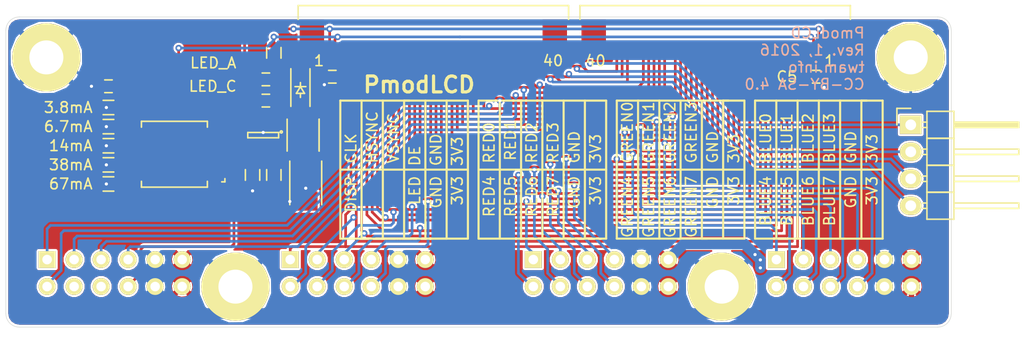
<source format=kicad_pcb>
(kicad_pcb (version 4) (host pcbnew "(2016-01-22 BZR 6507)-product")
  (title_block (title PmodLCD) (date 2016-01-24) (rev 1) (comment 1 "License: CC BY-SA 4.0") (comment 2 "Grid Origin: 150, 100"))
  (layers (0 F.Cu signal) (31 B.Cu signal) (34 B.Paste user) (35 F.Paste user) (36 B.SilkS user) (37 F.SilkS user) (38 B.Mask user) (39 F.Mask user) (44 Edge.Cuts user))
  (net 0 "")
  (net 1 /DCLK)
  (net 2 /DISP)
  (net 3 /HSYNC)
  (net 4 /VSYNC)
  (net 5 /DE)
  (net 6 GND)
  (net 7 +3V3)
  (net 8 /RED0)
  (net 9 /RED4)
  (net 10 /RED1)
  (net 11 /RED5)
  (net 12 /RED2)
  (net 13 /RED6)
  (net 14 /RED3)
  (net 15 /RED7)
  (net 16 /GREEN0)
  (net 17 /GREEN4)
  (net 18 /GREEN1)
  (net 19 /GREEN5)
  (net 20 /GREEN2)
  (net 21 /GREEN6)
  (net 22 /GREEN3)
  (net 23 /GREEN7)
  (net 24 /BLUE0)
  (net 25 /BLUE4)
  (net 26 /BLUE1)
  (net 27 /BLUE5)
  (net 28 /BLUE2)
  (net 29 /BLUE6)
  (net 30 /BLUE3)
  (net 31 /BLUE7)
  (net 32 /LED_C)
  (net 33 /LED_A)
  (net 34 "Net-(P5-Pad35)")
  (net 35 /XR)
  (net 36 /YD)
  (net 37 "Net-(P6-Pad35)")
  (net 38 "Net-(C1-Pad1)")
  (net 39 "Net-(D1-Pad2)")
  (net 40 /LED_ON)
  (net 41 "Net-(R2-Pad1)")
  (net 42 "Net-(R3-Pad1)")
  (net 43 "Net-(R4-Pad1)")
  (net 44 "Net-(R5-Pad1)")
  (net 45 /XL)
  (net 46 /YU)
  (net 47 "Net-(C2-Pad2)")
  (net 48 "Net-(P1-Pad8)")
  (net 49 "Net-(P1-Pad9)")
  (module Digilent:PMOD-DUAL-MALE (layer F.Cu) (at 115.78 105.07 180)
    (fp_text reference P1 hide)
    (fp_text value PMOD hide)
    (pad 1 thru_hole rect (at 6.35 6.35 180) (size 1.584 1.584) (drill 0.9) (layers *.Cu *.Mask F.SilkS) (net 1 /DCLK))
    (pad 2 thru_hole circle (at 3.81 6.35 180) (size 1.584 1.584) (drill 0.9) (layers *.Cu *.Mask F.SilkS) (net 3 /HSYNC))
    (pad 3 thru_hole circle (at 1.27 6.35 180) (size 1.584 1.584) (drill 0.9) (layers *.Cu *.Mask F.SilkS) (net 4 /VSYNC))
    (pad 4 thru_hole circle (at -1.27 6.35 180) (size 1.584 1.584) (drill 0.9) (layers *.Cu *.Mask F.SilkS) (net 5 /DE))
    (pad 5 thru_hole circle (at -3.81 6.35 180) (size 1.584 1.584) (drill 0.9) (layers *.Cu *.Mask F.SilkS) (net 6 GND))
    (pad 6 thru_hole circle (at -6.35 6.35 180) (size 1.584 1.584) (drill 0.9) (layers *.Cu *.Mask F.SilkS) (net 7 +3V3))
    (pad 7 thru_hole circle (at 6.35 3.81 180) (size 1.584 1.584) (drill 0.9) (layers *.Cu *.Mask F.SilkS) (net 2 /DISP))
    (pad 8 thru_hole circle (at 3.81 3.81 180) (size 1.584 1.584) (drill 0.9) (layers *.Cu *.Mask F.SilkS) (net 48 "Net-(P1-Pad8)"))
    (pad 9 thru_hole circle (at 1.27 3.81 180) (size 1.584 1.584) (drill 0.9) (layers *.Cu *.Mask F.SilkS) (net 49 "Net-(P1-Pad9)"))
    (pad 10 thru_hole circle (at -1.27 3.81 180) (size 1.584 1.584) (drill 0.9) (layers *.Cu *.Mask F.SilkS) (net 40 /LED_ON))
    (pad 11 thru_hole circle (at -3.81 3.81 180) (size 1.584 1.584) (drill 0.9) (layers *.Cu *.Mask F.SilkS) (net 6 GND))
    (pad 12 thru_hole circle (at -6.35 3.81 180) (size 1.584 1.584) (drill 0.9) (layers *.Cu *.Mask F.SilkS) (net 7 +3V3))
  )
  (module Capacitors_Tantalum_SMD:TantalC_SizeB_EIA-3528_Reflow (layer F.Cu) (at 133.75 91.75 270)
    (fp_text reference C1 hide)
    (fp_text value 10u hide)
    (pad 2 smd rect (at 1.46 0 270) (size 1.8 2.23) (layers F.Cu F.Paste F.Mask) (net 6 GND))
    (pad 1 smd rect (at -1.46 0 270) (size 1.8 2.23) (layers F.Cu F.Paste F.Mask) (net 38 "Net-(C1-Pad1)"))
  )
  (module Capacitors_SMD:C_0603 (layer F.Cu) (at 130 83.75)
    (fp_text reference C2 hide)
    (fp_text value 1u hide)
    (pad 1 smd rect (at -0.75 0) (size 0.8 0.75) (layers F.Cu F.Paste F.Mask) (net 6 GND))
    (pad 2 smd rect (at 0.75 0) (size 0.8 0.75) (layers F.Cu F.Paste F.Mask) (net 47 "Net-(C2-Pad2)"))
  )
  (module Capacitors_SMD:C_0603 (layer F.Cu) (at 130 81.75 180)
    (fp_text reference C3 hide)
    (fp_text value 1u hide)
    (pad 1 smd rect (at -0.75 0 180) (size 0.8 0.75) (layers F.Cu F.Paste F.Mask) (net 47 "Net-(C2-Pad2)"))
    (pad 2 smd rect (at 0.75 0 180) (size 0.8 0.75) (layers F.Cu F.Paste F.Mask) (net 6 GND))
  )
  (module Capacitors_SMD:C_0603 (layer F.Cu) (at 115.2 82.4)
    (fp_text reference C4 hide)
    (fp_text value 100n hide)
    (pad 1 smd rect (at -0.75 0) (size 0.8 0.75) (layers F.Cu F.Paste F.Mask) (net 6 GND))
    (pad 2 smd rect (at 0.75 0) (size 0.8 0.75) (layers F.Cu F.Paste F.Mask) (net 32 /LED_C))
  )
  (module Diodes_SMD:SOD-123 (layer F.Cu) (at 133.25 82.75 270)
    (fp_text reference D1 hide)
    (fp_text value MBR0540T1G hide)
    (pad 1 smd rect (at -1.635 0 270) (size 0.91 1.22) (layers F.Cu F.Paste F.Mask) (net 47 "Net-(C2-Pad2)"))
    (pad 2 smd rect (at 1.635 0 270) (size 0.91 1.22) (layers F.Cu F.Paste F.Mask) (net 39 "Net-(D1-Pad2)"))
  )
  (module TO_SOT_Packages_SMD:SOT-23-5 (layer F.Cu) (at 129.75 87 270)
    (fp_text reference IC1 hide)
    (fp_text value FAN533B hide)
    (pad 1 smd rect (at -1.1 -0.95 270) (size 1.06 0.65) (layers F.Cu F.Paste F.Mask) (net 39 "Net-(D1-Pad2)"))
    (pad 2 smd rect (at -1.1 0 270) (size 1.06 0.65) (layers F.Cu F.Paste F.Mask) (net 6 GND))
    (pad 3 smd rect (at -1.1 0.95 270) (size 1.06 0.65) (layers F.Cu F.Paste F.Mask) (net 32 /LED_C))
    (pad 4 smd rect (at 1.1 0.95 270) (size 1.06 0.65) (layers F.Cu F.Paste F.Mask) (net 40 /LED_ON))
    (pad 5 smd rect (at 1.1 -0.95 270) (size 1.06 0.65) (layers F.Cu F.Paste F.Mask) (net 38 "Net-(C1-Pad1)"))
  )
  (module Resistors_SMD:R_0603 (layer F.Cu) (at 130.75 90.75 90)
    (fp_text reference L1 hide)
    (fp_text value 22R@100Mhz hide)
    (pad 1 smd rect (at -0.75 0 90) (size 0.5 0.9) (layers F.Cu F.Paste F.Mask) (net 7 +3V3))
    (pad 2 smd rect (at 0.75 0 90) (size 0.5 0.9) (layers F.Cu F.Paste F.Mask) (net 38 "Net-(C1-Pad1)"))
  )
  (module Vishay:IFSC-1111AB-01 (layer F.Cu) (at 133.5 87 90)
    (fp_text reference L2 hide)
    (fp_text value 6u8 hide)
    (pad 1 smd rect (at -1.125 0 90) (size 0.85 2.7) (layers F.Cu F.Paste F.Mask) (net 38 "Net-(C1-Pad1)"))
    (pad 2 smd rect (at 1.125 0 90) (size 0.85 2.7) (layers F.Cu F.Paste F.Mask) (net 39 "Net-(D1-Pad2)"))
  )
  (module Resistors_SMD:R_0603 (layer F.Cu) (at 115.2 84.4 180)
    (fp_text reference R1 hide)
    (fp_text value 82R hide)
    (pad 1 smd rect (at -0.75 0 180) (size 0.5 0.9) (layers F.Cu F.Paste F.Mask) (net 32 /LED_C))
    (pad 2 smd rect (at 0.75 0 180) (size 0.5 0.9) (layers F.Cu F.Paste F.Mask) (net 6 GND))
  )
  (module Resistors_SMD:R_0603 (layer F.Cu) (at 115.2 91.6 180)
    (fp_text reference R2 hide)
    (fp_text value 47R hide)
    (pad 1 smd rect (at -0.75 0 180) (size 0.5 0.9) (layers F.Cu F.Paste F.Mask) (net 41 "Net-(R2-Pad1)"))
    (pad 2 smd rect (at 0.75 0 180) (size 0.5 0.9) (layers F.Cu F.Paste F.Mask) (net 6 GND))
  )
  (module Resistors_SMD:R_0603 (layer F.Cu) (at 115.2 89.8 180)
    (fp_text reference R3 hide)
    (fp_text value 22R hide)
    (pad 1 smd rect (at -0.75 0 180) (size 0.5 0.9) (layers F.Cu F.Paste F.Mask) (net 42 "Net-(R3-Pad1)"))
    (pad 2 smd rect (at 0.75 0 180) (size 0.5 0.9) (layers F.Cu F.Paste F.Mask) (net 6 GND))
  )
  (module Resistors_SMD:R_0603 (layer F.Cu) (at 115.2 88 180)
    (fp_text reference R4 hide)
    (fp_text value 8R2 hide)
    (pad 1 smd rect (at -0.75 0 180) (size 0.5 0.9) (layers F.Cu F.Paste F.Mask) (net 43 "Net-(R4-Pad1)"))
    (pad 2 smd rect (at 0.75 0 180) (size 0.5 0.9) (layers F.Cu F.Paste F.Mask) (net 6 GND))
  )
  (module Resistors_SMD:R_0603 (layer F.Cu) (at 115.2 86.2 180)
    (fp_text reference R5 hide)
    (fp_text value 4R7 hide)
    (pad 1 smd rect (at -0.75 0 180) (size 0.5 0.9) (layers F.Cu F.Paste F.Mask) (net 44 "Net-(R5-Pad1)"))
    (pad 2 smd rect (at 0.75 0 180) (size 0.5 0.9) (layers F.Cu F.Paste F.Mask) (net 6 GND))
  )
  (module Resistors_SMD:R_0603 (layer F.Cu) (at 128.75 90.75 90)
    (fp_text reference R6 hide)
    (fp_text value 100k hide)
    (pad 1 smd rect (at -0.75 0 90) (size 0.5 0.9) (layers F.Cu F.Paste F.Mask) (net 6 GND))
    (pad 2 smd rect (at 0.75 0 90) (size 0.5 0.9) (layers F.Cu F.Paste F.Mask) (net 40 /LED_ON))
  )
  (module Capacitors_SMD:C_0603 (layer F.Cu) (at 136.25 81.5)
    (fp_text reference C6 hide)
    (fp_text value 100n hide)
    (pad 1 smd rect (at -0.75 0) (size 0.8 0.75) (layers F.Cu F.Paste F.Mask) (net 6 GND))
    (pad 2 smd rect (at 0.75 0) (size 0.8 0.75) (layers F.Cu F.Paste F.Mask) (net 7 +3V3))
  )
  (module Capacitors_SMD:C_0603 (layer F.Cu) (at 181.75 81.5 180)
    (fp_text reference C5 (at 2.75 0 180) (layer F.SilkS))
    (fp_text value 100n hide)
    (pad 1 smd rect (at -0.75 0 180) (size 0.8 0.75) (layers F.Cu F.Paste F.Mask) (net 6 GND))
    (pad 2 smd rect (at 0.75 0 180) (size 0.8 0.75) (layers F.Cu F.Paste F.Mask) (net 7 +3V3))
  )
  (module Mounting_Holes_Local:MountingHole_3-2mm_M3_Pad (layer F.Cu) (at 127.14 101.27)
    (fp_text reference W1 hide)
    (fp_text value GND hide)
    (pad 1 thru_hole circle (at 0 0) (size 6.4 6.4) (drill 3.2) (layers *.Cu *.Mask F.SilkS) (net 6 GND))
  )
  (module Mounting_Holes_Local:MountingHole_3-2mm_M3_Pad (layer F.Cu) (at 172.86 101.27)
    (fp_text reference W2 hide)
    (fp_text value GND hide)
    (pad 1 thru_hole circle (at 0 0) (size 6.4 6.4) (drill 3.2) (layers *.Cu *.Mask F.SilkS) (net 6 GND))
  )
  (module Mounting_Holes_Local:MountingHole_3-2mm_M3_Pad (layer F.Cu) (at 190.64 79.68)
    (fp_text reference W3 hide)
    (fp_text value GND hide)
    (pad 1 thru_hole circle (at 0 0) (size 6.4 6.4) (drill 3.2) (layers *.Cu *.Mask F.SilkS) (net 6 GND))
  )
  (module Mounting_Holes_Local:MountingHole_3-2mm_M3_Pad (layer F.Cu) (at 109.36 79.68)
    (fp_text reference W4 hide)
    (fp_text value GND hide)
    (pad 1 thru_hole circle (at 0 0) (size 6.4 6.4) (drill 3.2) (layers *.Cu *.Mask F.SilkS) (net 6 GND))
  )
  (module Connectors_TE:4-1734592-0 (layer F.Cu) (at 172.25 78.5 180)
    (fp_text reference P5 hide)
    (fp_text value LCD_BOTTOM hide)
    (pad 1 smd rect (at -9.75 -0.85 180) (size 0.3 1.1) (layers F.Cu F.Paste F.Mask) (net 32 /LED_C))
    (pad 2 smd rect (at -9.25 -0.85 180) (size 0.3 1.1) (layers F.Cu F.Paste F.Mask) (net 33 /LED_A))
    (pad 3 smd rect (at -8.75 -0.85 180) (size 0.3 1.1) (layers F.Cu F.Paste F.Mask) (net 6 GND))
    (pad 4 smd rect (at -8.25 -0.85 180) (size 0.3 1.1) (layers F.Cu F.Paste F.Mask) (net 7 +3V3))
    (pad 5 smd rect (at -7.75 -0.85 180) (size 0.3 1.1) (layers F.Cu F.Paste F.Mask) (net 8 /RED0))
    (pad 6 smd rect (at -7.25 -0.85 180) (size 0.3 1.1) (layers F.Cu F.Paste F.Mask) (net 10 /RED1))
    (pad 7 smd rect (at -6.75 -0.85 180) (size 0.3 1.1) (layers F.Cu F.Paste F.Mask) (net 12 /RED2))
    (pad 8 smd rect (at -6.25 -0.85 180) (size 0.3 1.1) (layers F.Cu F.Paste F.Mask) (net 14 /RED3))
    (pad 9 smd rect (at -5.75 -0.85 180) (size 0.3 1.1) (layers F.Cu F.Paste F.Mask) (net 9 /RED4))
    (pad 10 smd rect (at -5.25 -0.85 180) (size 0.3 1.1) (layers F.Cu F.Paste F.Mask) (net 11 /RED5))
    (pad 11 smd rect (at -4.75 -0.85 180) (size 0.3 1.1) (layers F.Cu F.Paste F.Mask) (net 13 /RED6))
    (pad 12 smd rect (at -4.25 -0.85 180) (size 0.3 1.1) (layers F.Cu F.Paste F.Mask) (net 15 /RED7))
    (pad 13 smd rect (at -3.75 -0.85 180) (size 0.3 1.1) (layers F.Cu F.Paste F.Mask) (net 16 /GREEN0))
    (pad 14 smd rect (at -3.25 -0.85 180) (size 0.3 1.1) (layers F.Cu F.Paste F.Mask) (net 18 /GREEN1))
    (pad 15 smd rect (at -2.75 -0.85 180) (size 0.3 1.1) (layers F.Cu F.Paste F.Mask) (net 20 /GREEN2))
    (pad 16 smd rect (at -2.25 -0.85 180) (size 0.3 1.1) (layers F.Cu F.Paste F.Mask) (net 22 /GREEN3))
    (pad 17 smd rect (at -1.75 -0.85 180) (size 0.3 1.1) (layers F.Cu F.Paste F.Mask) (net 17 /GREEN4))
    (pad 18 smd rect (at -1.25 -0.85 180) (size 0.3 1.1) (layers F.Cu F.Paste F.Mask) (net 19 /GREEN5))
    (pad 19 smd rect (at -0.75 -0.85 180) (size 0.3 1.1) (layers F.Cu F.Paste F.Mask) (net 21 /GREEN6))
    (pad 20 smd rect (at -0.25 -0.85 180) (size 0.3 1.1) (layers F.Cu F.Paste F.Mask) (net 23 /GREEN7))
    (pad 21 smd rect (at 0.25 -0.85 180) (size 0.3 1.1) (layers F.Cu F.Paste F.Mask) (net 24 /BLUE0))
    (pad 22 smd rect (at 0.75 -0.85 180) (size 0.3 1.1) (layers F.Cu F.Paste F.Mask) (net 26 /BLUE1))
    (pad 23 smd rect (at 1.25 -0.85 180) (size 0.3 1.1) (layers F.Cu F.Paste F.Mask) (net 28 /BLUE2))
    (pad 24 smd rect (at 1.75 -0.85 180) (size 0.3 1.1) (layers F.Cu F.Paste F.Mask) (net 30 /BLUE3))
    (pad 25 smd rect (at 2.25 -0.85 180) (size 0.3 1.1) (layers F.Cu F.Paste F.Mask) (net 25 /BLUE4))
    (pad 26 smd rect (at 2.75 -0.85 180) (size 0.3 1.1) (layers F.Cu F.Paste F.Mask) (net 27 /BLUE5))
    (pad 27 smd rect (at 3.25 -0.85 180) (size 0.3 1.1) (layers F.Cu F.Paste F.Mask) (net 29 /BLUE6))
    (pad 28 smd rect (at 3.75 -0.85 180) (size 0.3 1.1) (layers F.Cu F.Paste F.Mask) (net 31 /BLUE7))
    (pad 29 smd rect (at 4.25 -0.85 180) (size 0.3 1.1) (layers F.Cu F.Paste F.Mask) (net 6 GND))
    (pad 30 smd rect (at 4.75 -0.85 180) (size 0.3 1.1) (layers F.Cu F.Paste F.Mask) (net 1 /DCLK))
    (pad 31 smd rect (at 5.25 -0.85 180) (size 0.3 1.1) (layers F.Cu F.Paste F.Mask) (net 2 /DISP))
    (pad 32 smd rect (at 5.75 -0.85 180) (size 0.3 1.1) (layers F.Cu F.Paste F.Mask) (net 3 /HSYNC))
    (pad 33 smd rect (at 6.25 -0.85 180) (size 0.3 1.1) (layers F.Cu F.Paste F.Mask) (net 4 /VSYNC))
    (pad 34 smd rect (at 6.75 -0.85 180) (size 0.3 1.1) (layers F.Cu F.Paste F.Mask) (net 5 /DE))
    (pad 35 smd rect (at 7.25 -0.85 180) (size 0.3 1.1) (layers F.Cu F.Paste F.Mask) (net 34 "Net-(P5-Pad35)"))
    (pad 36 smd rect (at 7.75 -0.85 180) (size 0.3 1.1) (layers F.Cu F.Paste F.Mask) (net 6 GND))
    (pad 37 smd rect (at 8.25 -0.85 180) (size 0.3 1.1) (layers F.Cu F.Paste F.Mask) (net 35 /XR))
    (pad 38 smd rect (at 8.75 -0.85 180) (size 0.3 1.1) (layers F.Cu F.Paste F.Mask) (net 36 /YD))
    (pad 39 smd rect (at 9.25 -0.85 180) (size 0.3 1.1) (layers F.Cu F.Paste F.Mask) (net 45 /XL))
    (pad 40 smd rect (at 9.75 -0.85 180) (size 0.3 1.1) (layers F.Cu F.Paste F.Mask) (net 46 /YU))
    (pad F1 smd rect (at -11.42 0.85 180) (size 2.3 3.1) (layers F.Cu F.Paste F.Mask))
    (pad F2 smd rect (at 11.42 0.85 180) (size 2.3 3.1) (layers F.Cu F.Paste F.Mask))
  )
  (module Connectors_TE:4-1734839-0 (layer F.Cu) (at 145.75 78.5 180)
    (fp_text reference P6 hide)
    (fp_text value LCD_TOP hide)
    (pad 40 smd rect (at -9.75 -0.85 180) (size 0.3 1.1) (layers F.Cu F.Paste F.Mask) (net 46 /YU))
    (pad 39 smd rect (at -9.25 -0.85 180) (size 0.3 1.1) (layers F.Cu F.Paste F.Mask) (net 45 /XL))
    (pad 38 smd rect (at -8.75 -0.85 180) (size 0.3 1.1) (layers F.Cu F.Paste F.Mask) (net 36 /YD))
    (pad 37 smd rect (at -8.25 -0.85 180) (size 0.3 1.1) (layers F.Cu F.Paste F.Mask) (net 35 /XR))
    (pad 36 smd rect (at -7.75 -0.85 180) (size 0.3 1.1) (layers F.Cu F.Paste F.Mask) (net 6 GND))
    (pad 35 smd rect (at -7.25 -0.85 180) (size 0.3 1.1) (layers F.Cu F.Paste F.Mask) (net 37 "Net-(P6-Pad35)"))
    (pad 34 smd rect (at -6.75 -0.85 180) (size 0.3 1.1) (layers F.Cu F.Paste F.Mask) (net 5 /DE))
    (pad 33 smd rect (at -6.25 -0.85 180) (size 0.3 1.1) (layers F.Cu F.Paste F.Mask) (net 4 /VSYNC))
    (pad 32 smd rect (at -5.75 -0.85 180) (size 0.3 1.1) (layers F.Cu F.Paste F.Mask) (net 3 /HSYNC))
    (pad 31 smd rect (at -5.25 -0.85 180) (size 0.3 1.1) (layers F.Cu F.Paste F.Mask) (net 2 /DISP))
    (pad 30 smd rect (at -4.75 -0.85 180) (size 0.3 1.1) (layers F.Cu F.Paste F.Mask) (net 1 /DCLK))
    (pad 29 smd rect (at -4.25 -0.85 180) (size 0.3 1.1) (layers F.Cu F.Paste F.Mask) (net 6 GND))
    (pad 28 smd rect (at -3.75 -0.85 180) (size 0.3 1.1) (layers F.Cu F.Paste F.Mask) (net 31 /BLUE7))
    (pad 27 smd rect (at -3.25 -0.85 180) (size 0.3 1.1) (layers F.Cu F.Paste F.Mask) (net 29 /BLUE6))
    (pad 26 smd rect (at -2.75 -0.85 180) (size 0.3 1.1) (layers F.Cu F.Paste F.Mask) (net 27 /BLUE5))
    (pad 25 smd rect (at -2.25 -0.85 180) (size 0.3 1.1) (layers F.Cu F.Paste F.Mask) (net 25 /BLUE4))
    (pad 24 smd rect (at -1.75 -0.85 180) (size 0.3 1.1) (layers F.Cu F.Paste F.Mask) (net 30 /BLUE3))
    (pad 23 smd rect (at -1.25 -0.85 180) (size 0.3 1.1) (layers F.Cu F.Paste F.Mask) (net 28 /BLUE2))
    (pad 22 smd rect (at -0.75 -0.85 180) (size 0.3 1.1) (layers F.Cu F.Paste F.Mask) (net 26 /BLUE1))
    (pad 21 smd rect (at -0.25 -0.85 180) (size 0.3 1.1) (layers F.Cu F.Paste F.Mask) (net 24 /BLUE0))
    (pad 20 smd rect (at 0.25 -0.85 180) (size 0.3 1.1) (layers F.Cu F.Paste F.Mask) (net 23 /GREEN7))
    (pad 19 smd rect (at 0.75 -0.85 180) (size 0.3 1.1) (layers F.Cu F.Paste F.Mask) (net 21 /GREEN6))
    (pad 18 smd rect (at 1.25 -0.85 180) (size 0.3 1.1) (layers F.Cu F.Paste F.Mask) (net 19 /GREEN5))
    (pad 17 smd rect (at 1.75 -0.85 180) (size 0.3 1.1) (layers F.Cu F.Paste F.Mask) (net 17 /GREEN4))
    (pad 16 smd rect (at 2.25 -0.85 180) (size 0.3 1.1) (layers F.Cu F.Paste F.Mask) (net 22 /GREEN3))
    (pad 15 smd rect (at 2.75 -0.85 180) (size 0.3 1.1) (layers F.Cu F.Paste F.Mask) (net 20 /GREEN2))
    (pad 14 smd rect (at 3.25 -0.85 180) (size 0.3 1.1) (layers F.Cu F.Paste F.Mask) (net 18 /GREEN1))
    (pad 13 smd rect (at 3.75 -0.85 180) (size 0.3 1.1) (layers F.Cu F.Paste F.Mask) (net 16 /GREEN0))
    (pad 12 smd rect (at 4.25 -0.85 180) (size 0.3 1.1) (layers F.Cu F.Paste F.Mask) (net 15 /RED7))
    (pad 11 smd rect (at 4.75 -0.85 180) (size 0.3 1.1) (layers F.Cu F.Paste F.Mask) (net 13 /RED6))
    (pad 10 smd rect (at 5.25 -0.85 180) (size 0.3 1.1) (layers F.Cu F.Paste F.Mask) (net 11 /RED5))
    (pad 9 smd rect (at 5.75 -0.85 180) (size 0.3 1.1) (layers F.Cu F.Paste F.Mask) (net 9 /RED4))
    (pad 8 smd rect (at 6.25 -0.85 180) (size 0.3 1.1) (layers F.Cu F.Paste F.Mask) (net 14 /RED3))
    (pad 7 smd rect (at 6.75 -0.85 180) (size 0.3 1.1) (layers F.Cu F.Paste F.Mask) (net 12 /RED2))
    (pad 6 smd rect (at 7.25 -0.85 180) (size 0.3 1.1) (layers F.Cu F.Paste F.Mask) (net 10 /RED1))
    (pad 5 smd rect (at 7.75 -0.85 180) (size 0.3 1.1) (layers F.Cu F.Paste F.Mask) (net 8 /RED0))
    (pad 4 smd rect (at 8.25 -0.85 180) (size 0.3 1.1) (layers F.Cu F.Paste F.Mask) (net 7 +3V3))
    (pad 3 smd rect (at 8.75 -0.85 180) (size 0.3 1.1) (layers F.Cu F.Paste F.Mask) (net 6 GND))
    (pad 2 smd rect (at 9.25 -0.85 180) (size 0.3 1.1) (layers F.Cu F.Paste F.Mask) (net 33 /LED_A))
    (pad 1 smd rect (at 9.75 -0.85 180) (size 0.3 1.1) (layers F.Cu F.Paste F.Mask) (net 32 /LED_C))
    (pad F1 smd rect (at -11.42 0.85 180) (size 2.3 3.1) (layers F.Cu F.Paste F.Mask))
    (pad F2 smd rect (at 11.42 0.85 180) (size 2.3 3.1) (layers F.Cu F.Paste F.Mask))
  )
  (module Pin_Headers:Pin_Header_Angled_1x04 (layer F.Cu) (at 190.64 86.03)
    (fp_text reference P7 hide)
    (fp_text value TOUCH hide)
    (pad 1 thru_hole rect (at 0 0) (size 2.032 1.7272) (drill 1.016) (layers *.Cu *.Mask F.SilkS) (net 46 /YU))
    (pad 2 thru_hole oval (at 0 2.54) (size 2.032 1.7272) (drill 1.016) (layers *.Cu *.Mask F.SilkS) (net 45 /XL))
    (pad 3 thru_hole oval (at 0 5.08) (size 2.032 1.7272) (drill 1.016) (layers *.Cu *.Mask F.SilkS) (net 36 /YD))
    (pad 4 thru_hole oval (at 0 7.62) (size 2.032 1.7272) (drill 1.016) (layers *.Cu *.Mask F.SilkS) (net 35 /XR))
  )
  (module Resistors_SMD:R_0603 (layer F.Cu) (at 130.75 79.25 90)
    (fp_text reference R7 hide)
    (fp_text value 0R hide)
    (pad 1 smd rect (at -0.75 0 90) (size 0.5 0.9) (layers F.Cu F.Paste F.Mask) (net 47 "Net-(C2-Pad2)"))
    (pad 2 smd rect (at 0.75 0 90) (size 0.5 0.9) (layers F.Cu F.Paste F.Mask) (net 33 /LED_A))
  )
  (module Measurement_Points:Measurement_Point_Round-SMD-Pad_Small (layer F.Cu) (at 121.8 80.2)
    (fp_text reference W5 hide)
    (fp_text value LED_A (at 3.25 0) (layer F.SilkS))
    (pad 1 smd circle (at 0 0) (size 1.524 1.524) (layers F.Cu F.Paste F.Mask) (net 33 /LED_A))
  )
  (module Measurement_Points:Measurement_Point_Round-SMD-Pad_Small (layer F.Cu) (at 121.8 82.4)
    (fp_text reference W6 hide)
    (fp_text value LED_C (at 3.2 0) (layer F.SilkS))
    (pad 1 smd circle (at 0 0) (size 1.524 1.524) (layers F.Cu F.Paste F.Mask) (net 32 /LED_C))
  )
  (module Digilent:PMOD-DUAL-MALE (layer F.Cu) (at 138.64 105.07 180)
    (fp_text reference P2 hide)
    (fp_text value PMOD hide)
    (pad 1 thru_hole rect (at 6.35 6.35 180) (size 1.584 1.584) (drill 0.9) (layers *.Cu *.Mask F.SilkS) (net 8 /RED0))
    (pad 2 thru_hole circle (at 3.81 6.35 180) (size 1.584 1.584) (drill 0.9) (layers *.Cu *.Mask F.SilkS) (net 10 /RED1))
    (pad 3 thru_hole circle (at 1.27 6.35 180) (size 1.584 1.584) (drill 0.9) (layers *.Cu *.Mask F.SilkS) (net 12 /RED2))
    (pad 4 thru_hole circle (at -1.27 6.35 180) (size 1.584 1.584) (drill 0.9) (layers *.Cu *.Mask F.SilkS) (net 14 /RED3))
    (pad 5 thru_hole circle (at -3.81 6.35 180) (size 1.584 1.584) (drill 0.9) (layers *.Cu *.Mask F.SilkS) (net 6 GND))
    (pad 6 thru_hole circle (at -6.35 6.35 180) (size 1.584 1.584) (drill 0.9) (layers *.Cu *.Mask F.SilkS) (net 7 +3V3))
    (pad 7 thru_hole circle (at 6.35 3.81 180) (size 1.584 1.584) (drill 0.9) (layers *.Cu *.Mask F.SilkS) (net 9 /RED4))
    (pad 8 thru_hole circle (at 3.81 3.81 180) (size 1.584 1.584) (drill 0.9) (layers *.Cu *.Mask F.SilkS) (net 11 /RED5))
    (pad 9 thru_hole circle (at 1.27 3.81 180) (size 1.584 1.584) (drill 0.9) (layers *.Cu *.Mask F.SilkS) (net 13 /RED6))
    (pad 10 thru_hole circle (at -1.27 3.81 180) (size 1.584 1.584) (drill 0.9) (layers *.Cu *.Mask F.SilkS) (net 15 /RED7))
    (pad 11 thru_hole circle (at -3.81 3.81 180) (size 1.584 1.584) (drill 0.9) (layers *.Cu *.Mask F.SilkS) (net 6 GND))
    (pad 12 thru_hole circle (at -6.35 3.81 180) (size 1.584 1.584) (drill 0.9) (layers *.Cu *.Mask F.SilkS) (net 7 +3V3))
  )
  (module Digilent:PMOD-DUAL-MALE (layer F.Cu) (at 161.5 105.07 180)
    (fp_text reference P3 hide)
    (fp_text value PMOD hide)
    (pad 1 thru_hole rect (at 6.35 6.35 180) (size 1.584 1.584) (drill 0.9) (layers *.Cu *.Mask F.SilkS) (net 16 /GREEN0))
    (pad 2 thru_hole circle (at 3.81 6.35 180) (size 1.584 1.584) (drill 0.9) (layers *.Cu *.Mask F.SilkS) (net 18 /GREEN1))
    (pad 3 thru_hole circle (at 1.27 6.35 180) (size 1.584 1.584) (drill 0.9) (layers *.Cu *.Mask F.SilkS) (net 20 /GREEN2))
    (pad 4 thru_hole circle (at -1.27 6.35 180) (size 1.584 1.584) (drill 0.9) (layers *.Cu *.Mask F.SilkS) (net 22 /GREEN3))
    (pad 5 thru_hole circle (at -3.81 6.35 180) (size 1.584 1.584) (drill 0.9) (layers *.Cu *.Mask F.SilkS) (net 6 GND))
    (pad 6 thru_hole circle (at -6.35 6.35 180) (size 1.584 1.584) (drill 0.9) (layers *.Cu *.Mask F.SilkS) (net 7 +3V3))
    (pad 7 thru_hole circle (at 6.35 3.81 180) (size 1.584 1.584) (drill 0.9) (layers *.Cu *.Mask F.SilkS) (net 17 /GREEN4))
    (pad 8 thru_hole circle (at 3.81 3.81 180) (size 1.584 1.584) (drill 0.9) (layers *.Cu *.Mask F.SilkS) (net 19 /GREEN5))
    (pad 9 thru_hole circle (at 1.27 3.81 180) (size 1.584 1.584) (drill 0.9) (layers *.Cu *.Mask F.SilkS) (net 21 /GREEN6))
    (pad 10 thru_hole circle (at -1.27 3.81 180) (size 1.584 1.584) (drill 0.9) (layers *.Cu *.Mask F.SilkS) (net 23 /GREEN7))
    (pad 11 thru_hole circle (at -3.81 3.81 180) (size 1.584 1.584) (drill 0.9) (layers *.Cu *.Mask F.SilkS) (net 6 GND))
    (pad 12 thru_hole circle (at -6.35 3.81 180) (size 1.584 1.584) (drill 0.9) (layers *.Cu *.Mask F.SilkS) (net 7 +3V3))
  )
  (module Digilent:PMOD-DUAL-MALE (layer F.Cu) (at 184.36 105.07 180)
    (fp_text reference P4 hide)
    (fp_text value PMOD hide)
    (pad 1 thru_hole rect (at 6.35 6.35 180) (size 1.584 1.584) (drill 0.9) (layers *.Cu *.Mask F.SilkS) (net 24 /BLUE0))
    (pad 2 thru_hole circle (at 3.81 6.35 180) (size 1.584 1.584) (drill 0.9) (layers *.Cu *.Mask F.SilkS) (net 26 /BLUE1))
    (pad 3 thru_hole circle (at 1.27 6.35 180) (size 1.584 1.584) (drill 0.9) (layers *.Cu *.Mask F.SilkS) (net 28 /BLUE2))
    (pad 4 thru_hole circle (at -1.27 6.35 180) (size 1.584 1.584) (drill 0.9) (layers *.Cu *.Mask F.SilkS) (net 30 /BLUE3))
    (pad 5 thru_hole circle (at -3.81 6.35 180) (size 1.584 1.584) (drill 0.9) (layers *.Cu *.Mask F.SilkS) (net 6 GND))
    (pad 6 thru_hole circle (at -6.35 6.35 180) (size 1.584 1.584) (drill 0.9) (layers *.Cu *.Mask F.SilkS) (net 7 +3V3))
    (pad 7 thru_hole circle (at 6.35 3.81 180) (size 1.584 1.584) (drill 0.9) (layers *.Cu *.Mask F.SilkS) (net 25 /BLUE4))
    (pad 8 thru_hole circle (at 3.81 3.81 180) (size 1.584 1.584) (drill 0.9) (layers *.Cu *.Mask F.SilkS) (net 27 /BLUE5))
    (pad 9 thru_hole circle (at 1.27 3.81 180) (size 1.584 1.584) (drill 0.9) (layers *.Cu *.Mask F.SilkS) (net 29 /BLUE6))
    (pad 10 thru_hole circle (at -1.27 3.81 180) (size 1.584 1.584) (drill 0.9) (layers *.Cu *.Mask F.SilkS) (net 31 /BLUE7))
    (pad 11 thru_hole circle (at -3.81 3.81 180) (size 1.584 1.584) (drill 0.9) (layers *.Cu *.Mask F.SilkS) (net 6 GND))
    (pad 12 thru_hole circle (at -6.35 3.81 180) (size 1.584 1.584) (drill 0.9) (layers *.Cu *.Mask F.SilkS) (net 7 +3V3))
  )
  (module Misc:GDH04S04 (layer F.Cu) (at 121.4 88.8 90)
    (fp_text reference SW1 hide)
    (fp_text value SPST-4 hide)
    (pad 1 smd rect (at -1.905 3.795 90) (size 0.76 1.27) (layers F.Cu F.Paste F.Mask) (net 32 /LED_C))
    (pad 2 smd rect (at -0.635 3.795 90) (size 0.76 1.27) (layers F.Cu F.Paste F.Mask) (net 32 /LED_C))
    (pad 3 smd rect (at 0.635 3.795 90) (size 0.76 1.27) (layers F.Cu F.Paste F.Mask) (net 32 /LED_C))
    (pad 4 smd rect (at 1.905 3.795 90) (size 0.76 1.27) (layers F.Cu F.Paste F.Mask) (net 32 /LED_C))
    (pad 5 smd rect (at 1.905 -3.795 90) (size 0.76 1.27) (layers F.Cu F.Paste F.Mask) (net 44 "Net-(R5-Pad1)"))
    (pad 6 smd rect (at 0.635 -3.795 90) (size 0.76 1.27) (layers F.Cu F.Paste F.Mask) (net 43 "Net-(R4-Pad1)"))
    (pad 7 smd rect (at -0.635 -3.795 90) (size 0.76 1.27) (layers F.Cu F.Paste F.Mask) (net 42 "Net-(R3-Pad1)"))
    (pad 8 smd rect (at -1.905 -3.795 90) (size 0.76 1.27) (layers F.Cu F.Paste F.Mask) (net 41 "Net-(R2-Pad1)"))
  )
  (gr_text "PmodLCD\nRev. 1, 2016\ntwam.info\nCC-BY-SA 4.0" (at 186.4 79.8) (layer B.SilkS) (effects (font (size 1 1)) (justify left mirror)))
  (gr_text "PmodLCD \n" (at 139 82.25) (layer F.SilkS) (effects (font (size 1.5 1.5) (thickness 0.3)) (justify left)))
  (gr_text 3.8mA (at 113.8 84.4) (layer F.SilkS) (effects (font (size 1 1)) (justify right)))
  (gr_text 6.7mA (at 113.8 86.2) (layer F.SilkS) (effects (font (size 1 1)) (justify right)))
  (gr_text 14mA (at 113.8 88) (layer F.SilkS) (effects (font (size 1 1)) (justify right)))
  (gr_text 38mA (at 113.8 89.8) (layer F.SilkS) (effects (font (size 1 1)) (justify right)))
  (gr_text 67mA (at 113.8 91.6) (layer F.SilkS) (effects (font (size 1 1)) (justify right)))
  (gr_line (start 193.18 75.87) (end 106.82 75.87) (angle 90) (layer Edge.Cuts) (width 0.05))
  (gr_line (start 194.45 103.81) (end 194.45 77.14) (angle 90) (layer Edge.Cuts) (width 0.05))
  (gr_line (start 106.82 105.08) (end 193.18 105.08) (angle 90) (layer Edge.Cuts) (width 0.05))
  (gr_line (start 105.55 77.14) (end 105.55 103.81) (angle 90) (layer Edge.Cuts) (width 0.05))
  (gr_arc (start 106.82 77.14) (end 105.55 77.14) (angle 90) (layer Edge.Cuts) (width 0.05))
  (gr_arc (start 106.82 103.81) (end 106.82 105.08) (angle 90) (layer Edge.Cuts) (width 0.05))
  (gr_arc (start 193.18 103.81) (end 194.45 103.81) (angle 90) (layer Edge.Cuts) (width 0.05))
  (gr_arc (start 193.18 77.14) (end 193.18 75.87) (angle 90) (layer Edge.Cuts) (width 0.05))
  (gr_text GND (at 185 89.75 90) (layer F.SilkS) (effects (font (size 1 1)) (justify left)))
  (gr_text BLUE0 (at 177 89.75 90) (layer F.SilkS) (effects (font (size 1 1)) (justify left)))
  (gr_text BLUE5 (at 179 90.75 90) (layer F.SilkS) (effects (font (size 1 1)) (justify right)))
  (gr_text BLUE6 (at 181 90.75 90) (layer F.SilkS) (effects (font (size 1 1)) (justify right)))
  (gr_text 3V3 (at 187 90.75 90) (layer F.SilkS) (effects (font (size 1 1)) (justify right)))
  (gr_text BLUE1 (at 179 89.75 90) (layer F.SilkS) (effects (font (size 1 1)) (justify left)))
  (gr_text BLUE2 (at 181 89.75 90) (layer F.SilkS) (effects (font (size 1 1)) (justify left)))
  (gr_text BLUE3 (at 183 89.75 90) (layer F.SilkS) (effects (font (size 1 1)) (justify left)))
  (gr_text 3V3 (at 187 89.75 90) (layer F.SilkS) (effects (font (size 1 1)) (justify left)))
  (gr_text BLUE7 (at 183 90.75 90) (layer F.SilkS) (effects (font (size 1 1)) (justify right)))
  (gr_text GND (at 185 90.75 90) (layer F.SilkS) (effects (font (size 1 1)) (justify right)))
  (gr_text BLUE4 (at 177 90.75 90) (layer F.SilkS) (effects (font (size 1 1)) (justify right)))
  (gr_line (start 188 90.25) (end 176 90.25) (angle 90) (layer F.SilkS) (width 0.2))
  (gr_line (start 188 83.75) (end 176 83.75) (angle 90) (layer F.SilkS) (width 0.2))
  (gr_line (start 188 96.75) (end 176 96.75) (angle 90) (layer F.SilkS) (width 0.2))
  (gr_line (start 176 83.75) (end 176 96.75) (angle 90) (layer F.SilkS) (width 0.2))
  (gr_line (start 178 96.75) (end 178 83.75) (angle 90) (layer F.SilkS) (width 0.2))
  (gr_line (start 180 83.75) (end 180 96.75) (angle 90) (layer F.SilkS) (width 0.2))
  (gr_line (start 182 96.75) (end 182 83.75) (angle 90) (layer F.SilkS) (width 0.2))
  (gr_line (start 184 83.75) (end 184 96.75) (angle 90) (layer F.SilkS) (width 0.2))
  (gr_line (start 184 96.75) (end 184.5 96.75) (angle 90) (layer F.SilkS) (width 0.2))
  (gr_line (start 186 96.75) (end 186 83.75) (angle 90) (layer F.SilkS) (width 0.2))
  (gr_line (start 186 83.75) (end 186.5 83.75) (angle 90) (layer F.SilkS) (width 0.2))
  (gr_line (start 188 83.75) (end 188 96.75) (angle 90) (layer F.SilkS) (width 0.2))
  (gr_line (start 175 83.75) (end 175 96.75) (angle 90) (layer F.SilkS) (width 0.2))
  (gr_line (start 173 83.75) (end 173.5 83.75) (angle 90) (layer F.SilkS) (width 0.2))
  (gr_line (start 173 96.75) (end 173 83.75) (angle 90) (layer F.SilkS) (width 0.2))
  (gr_line (start 171 96.75) (end 171.5 96.75) (angle 90) (layer F.SilkS) (width 0.2))
  (gr_line (start 171 83.75) (end 171 96.75) (angle 90) (layer F.SilkS) (width 0.2))
  (gr_line (start 169 96.75) (end 169 83.75) (angle 90) (layer F.SilkS) (width 0.2))
  (gr_line (start 167 83.75) (end 167 96.75) (angle 90) (layer F.SilkS) (width 0.2))
  (gr_line (start 165 96.75) (end 165 83.75) (angle 90) (layer F.SilkS) (width 0.2))
  (gr_line (start 163 83.75) (end 163 96.75) (angle 90) (layer F.SilkS) (width 0.2))
  (gr_line (start 162 96.75) (end 162 83.75) (angle 90) (layer F.SilkS) (width 0.2))
  (gr_line (start 160 83.75) (end 160 96.75) (angle 90) (layer F.SilkS) (width 0.2))
  (gr_line (start 158 96.75) (end 158 83.75) (angle 90) (layer F.SilkS) (width 0.2))
  (gr_line (start 156 83.75) (end 156 96.75) (angle 90) (layer F.SilkS) (width 0.2))
  (gr_line (start 154 96.75) (end 154 83.75) (angle 90) (layer F.SilkS) (width 0.2))
  (gr_line (start 152 83.75) (end 152 96.75) (angle 90) (layer F.SilkS) (width 0.2))
  (gr_line (start 150 96.75) (end 150 83.75) (angle 90) (layer F.SilkS) (width 0.2))
  (gr_line (start 149 83.75) (end 149 96.75) (angle 90) (layer F.SilkS) (width 0.2))
  (gr_line (start 147 96.75) (end 147 83.75) (angle 90) (layer F.SilkS) (width 0.2))
  (gr_line (start 145.5 96.75) (end 147 96.75) (angle 90) (layer F.SilkS) (width 0.2))
  (gr_line (start 145 96.75) (end 145.5 96.75) (angle 90) (layer F.SilkS) (width 0.2))
  (gr_line (start 145 83.75) (end 145 96.75) (angle 90) (layer F.SilkS) (width 0.2))
  (gr_line (start 143 83.75) (end 143.5 83.75) (angle 90) (layer F.SilkS) (width 0.2))
  (gr_line (start 143 96.75) (end 143 83.75) (angle 90) (layer F.SilkS) (width 0.2))
  (gr_line (start 141 83.75) (end 141 96.75) (angle 90) (layer F.SilkS) (width 0.2))
  (gr_line (start 139 96.75) (end 139 83.75) (angle 90) (layer F.SilkS) (width 0.2))
  (gr_line (start 137 83.75) (end 137 96.75) (angle 90) (layer F.SilkS) (width 0.2))
  (gr_line (start 175 96.75) (end 163 96.75) (angle 90) (layer F.SilkS) (width 0.2))
  (gr_line (start 175 83.75) (end 163 83.75) (angle 90) (layer F.SilkS) (width 0.2))
  (gr_line (start 175 90.25) (end 163 90.25) (angle 90) (layer F.SilkS) (width 0.2))
  (gr_text GREEN4 (at 164 90.75 90) (layer F.SilkS) (effects (font (size 1 1)) (justify right)))
  (gr_text GND (at 172 90.75 90) (layer F.SilkS) (effects (font (size 1 1)) (justify right)))
  (gr_text GREEN7 (at 170 90.75 90) (layer F.SilkS) (effects (font (size 1 1)) (justify right)))
  (gr_text 3V3 (at 174 89.75 90) (layer F.SilkS) (effects (font (size 1 1)) (justify left)))
  (gr_text GREEN3 (at 170 89.75 90) (layer F.SilkS) (effects (font (size 1 1)) (justify left)))
  (gr_text GREEN2 (at 168 89.75 90) (layer F.SilkS) (effects (font (size 1 1)) (justify left)))
  (gr_text GREEN1 (at 166 89.75 90) (layer F.SilkS) (effects (font (size 1 1)) (justify left)))
  (gr_text 3V3 (at 174 90.75 90) (layer F.SilkS) (effects (font (size 1 1)) (justify right)))
  (gr_text GREEN6 (at 168 90.75 90) (layer F.SilkS) (effects (font (size 1 1)) (justify right)))
  (gr_text GREEN5 (at 166 90.75 90) (layer F.SilkS) (effects (font (size 1 1)) (justify right)))
  (gr_text GREEN0 (at 164 89.75 90) (layer F.SilkS) (effects (font (size 1 1)) (justify left)))
  (gr_text GND (at 172 89.75 90) (layer F.SilkS) (effects (font (size 1 1)) (justify left)))
  (gr_text GND (at 159 89.75 90) (layer F.SilkS) (effects (font (size 1 1)) (justify left)))
  (gr_text RED0 (at 151 89.75 90) (layer F.SilkS) (effects (font (size 1 1)) (justify left)))
  (gr_text RED5 (at 153 90.75 90) (layer F.SilkS) (effects (font (size 1 1)) (justify right)))
  (gr_text RED6 (at 155 90.75 90) (layer F.SilkS) (effects (font (size 1 1)) (justify right)))
  (gr_text 3V3 (at 161 90.75 90) (layer F.SilkS) (effects (font (size 1 1)) (justify right)))
  (gr_text RED1 (at 153 89.5 90) (layer F.SilkS) (effects (font (size 1 1)) (justify left)))
  (gr_text RED2 (at 155 89.75 90) (layer F.SilkS) (effects (font (size 1 1)) (justify left)))
  (gr_text RED3 (at 157 89.75 90) (layer F.SilkS) (effects (font (size 1 1)) (justify left)))
  (gr_text 3V3 (at 161 89.75 90) (layer F.SilkS) (effects (font (size 1 1)) (justify left)))
  (gr_text RED7 (at 157 90.75 90) (layer F.SilkS) (effects (font (size 1 1)) (justify right)))
  (gr_text GND (at 159 90.75 90) (layer F.SilkS) (effects (font (size 1 1)) (justify right)))
  (gr_text RED4 (at 151 90.75 90) (layer F.SilkS) (effects (font (size 1 1)) (justify right)))
  (gr_line (start 162 90.25) (end 150 90.25) (angle 90) (layer F.SilkS) (width 0.2))
  (gr_line (start 162 83.75) (end 150 83.75) (angle 90) (layer F.SilkS) (width 0.2))
  (gr_line (start 162 96.75) (end 150 96.75) (angle 90) (layer F.SilkS) (width 0.2))
  (gr_line (start 149 96.75) (end 137 96.75) (angle 90) (layer F.SilkS) (width 0.2))
  (gr_line (start 149 83.75) (end 137 83.75) (angle 90) (layer F.SilkS) (width 0.2))
  (gr_line (start 149 90.25) (end 137 90.25) (angle 90) (layer F.SilkS) (width 0.2))
  (gr_text DISP (at 138 90.75 90) (layer F.SilkS) (effects (font (size 1 1)) (justify right)))
  (gr_text GND (at 146 90.75 90) (layer F.SilkS) (effects (font (size 1 1)) (justify right)))
  (gr_text LED (at 144 90.75 90) (layer F.SilkS) (effects (font (size 1 1)) (justify right)))
  (gr_text 3V3 (at 148 90.75 90) (layer F.SilkS) (effects (font (size 1 1)) (justify right)))
  (gr_text 3V3 (at 148 90 90) (layer F.SilkS) (effects (font (size 1 1)) (justify left)))
  (gr_text GND (at 146 90 90) (layer F.SilkS) (effects (font (size 1 1)) (justify left)))
  (gr_text DE (at 144 90 90) (layer F.SilkS) (effects (font (size 1 1)) (justify left)))
  (gr_text VSYNC (at 142 89.75 90) (layer F.SilkS) (effects (font (size 1 1)) (justify left)))
  (gr_text HSYNC (at 140 89.75 90) (layer F.SilkS) (effects (font (size 1 1)) (justify left)))
  (gr_text CLK (at 138 89.75 90) (layer F.SilkS) (effects (font (size 1 1)) (justify left)))
  (gr_text 40 (at 161 80) (layer F.SilkS) (effects (font (size 1 1))))
  (gr_text 40 (at 157 80) (layer F.SilkS) (effects (font (size 1 1))))
  (gr_text 1 (at 135 80) (layer F.SilkS) (effects (font (size 1 1))))
  (gr_text 1 (at 183 80) (layer F.SilkS) (effects (font (size 1 1))))
  (segment (start 143 84.5) (end 151 84.5) (width 0.25) (layer B.Cu) (net 1))
  (segment (start 151 84.5) (end 151 84.25) (width 0.25) (layer B.Cu) (net 1))
  (via (at 151 84.25) (size 0.6) (drill 0.3) (layers F.Cu B.Cu) (net 1))
  (segment (start 151 84.25) (end 151 84.5) (width 0.25) (layer F.Cu) (net 1))
  (segment (start 133.875 93.625) (end 143 84.5) (width 0.25) (layer B.Cu) (net 1))
  (segment (start 109.43 98.72) (end 109.43 95.82) (width 0.25) (layer B.Cu) (net 1))
  (segment (start 132 95.5) (end 133.875 93.625) (width 0.25) (layer B.Cu) (net 1))
  (segment (start 133.875 93.625) (end 134 93.5) (width 0.25) (layer B.Cu) (net 1))
  (segment (start 109.75 95.5) (end 132 95.5) (width 0.25) (layer B.Cu) (net 1))
  (segment (start 109.43 95.82) (end 109.75 95.5) (width 0.25) (layer B.Cu) (net 1))
  (segment (start 166.5 84) (end 167.5 84) (width 0.25) (layer F.Cu) (net 1))
  (segment (start 167.5 84) (end 167.5 83) (width 0.25) (layer F.Cu) (net 1))
  (segment (start 166 84.5) (end 154.25 84.5) (width 0.25) (layer F.Cu) (net 1))
  (segment (start 154.25 84.5) (end 152 84.5) (width 0.25) (layer F.Cu) (net 1))
  (segment (start 152 84.5) (end 151 84.5) (width 0.25) (layer F.Cu) (net 1))
  (segment (start 166.5 84) (end 166 84.5) (width 0.25) (layer F.Cu) (net 1))
  (segment (start 167.5 79.35) (end 167.5 83) (width 0.25) (layer F.Cu) (net 1))
  (segment (start 150.5 84.5) (end 150.5 83.5) (width 0.25) (layer F.Cu) (net 1))
  (segment (start 151 84.5) (end 150.5 84.5) (width 0.25) (layer F.Cu) (net 1))
  (segment (start 150.5 83) (end 150.5 83.5) (width 0.25) (layer F.Cu) (net 1))
  (segment (start 150.5 83) (end 150.5 79.35) (width 0.25) (layer F.Cu) (net 1))
  (segment (start 151.75 85) (end 152 84.75) (width 0.25) (layer B.Cu) (net 2))
  (segment (start 143.25 85) (end 151.75 85) (width 0.25) (layer B.Cu) (net 2))
  (segment (start 152 83.75) (end 152 83.5) (width 0.25) (layer F.Cu) (net 2))
  (via (at 152 83.75) (size 0.6) (drill 0.3) (layers F.Cu B.Cu) (net 2))
  (segment (start 152 84.75) (end 152 83.75) (width 0.25) (layer B.Cu) (net 2))
  (segment (start 134.5 93.75) (end 143.25 85) (width 0.25) (layer B.Cu) (net 2))
  (segment (start 132.25 96) (end 134.5 93.75) (width 0.25) (layer B.Cu) (net 2))
  (segment (start 111 96) (end 132.25 96) (width 0.25) (layer B.Cu) (net 2))
  (segment (start 110.75 96.25) (end 111 96) (width 0.25) (layer B.Cu) (net 2))
  (segment (start 110.75 99.75) (end 110.75 96.25) (width 0.25) (layer B.Cu) (net 2))
  (segment (start 109.43 101.07) (end 110.75 99.75) (width 0.25) (layer B.Cu) (net 2))
  (segment (start 109.43 101.26) (end 109.43 101.07) (width 0.25) (layer B.Cu) (net 2))
  (segment (start 166.25 83.5) (end 167 83.5) (width 0.25) (layer F.Cu) (net 2))
  (segment (start 167 83.5) (end 167 82.75) (width 0.25) (layer F.Cu) (net 2))
  (segment (start 152.25 83.5) (end 152.75 84) (width 0.25) (layer F.Cu) (net 2))
  (segment (start 165.75 84) (end 166.25 83.5) (width 0.25) (layer F.Cu) (net 2))
  (segment (start 152.75 84) (end 165.75 84) (width 0.25) (layer F.Cu) (net 2))
  (segment (start 151 82.5) (end 151 83.5) (width 0.25) (layer F.Cu) (net 2))
  (segment (start 151 83.5) (end 151.25 83.5) (width 0.25) (layer F.Cu) (net 2))
  (segment (start 151.25 83.5) (end 152 83.5) (width 0.25) (layer F.Cu) (net 2))
  (segment (start 151 79.35) (end 151 82.5) (width 0.25) (layer F.Cu) (net 2))
  (segment (start 152 83.5) (end 152.25 83.5) (width 0.25) (layer F.Cu) (net 2))
  (segment (start 167 82.75) (end 167 82.5) (width 0.25) (layer F.Cu) (net 2))
  (segment (start 167 82.5) (end 167 79.35) (width 0.25) (layer F.Cu) (net 2))
  (segment (start 143.5 85.5) (end 153.25 85.5) (width 0.25) (layer B.Cu) (net 3))
  (segment (start 153.5 83.25) (end 153.5 83.5) (width 0.25) (layer F.Cu) (net 3))
  (via (at 153.5 83.25) (size 0.6) (drill 0.3) (layers F.Cu B.Cu) (net 3))
  (segment (start 153.5 85.25) (end 153.5 83.25) (width 0.25) (layer B.Cu) (net 3))
  (segment (start 153.25 85.5) (end 153.5 85.25) (width 0.25) (layer B.Cu) (net 3))
  (segment (start 135.25 93.75) (end 143.5 85.5) (width 0.25) (layer B.Cu) (net 3))
  (segment (start 111.97 96.78) (end 112.25 96.5) (width 0.25) (layer B.Cu) (net 3))
  (segment (start 112.25 96.5) (end 132.5 96.5) (width 0.25) (layer B.Cu) (net 3))
  (segment (start 132.5 96.5) (end 135.25 93.75) (width 0.25) (layer B.Cu) (net 3))
  (segment (start 111.97 98.72) (end 111.97 96.78) (width 0.25) (layer B.Cu) (net 3))
  (segment (start 166 83) (end 166.5 83) (width 0.25) (layer F.Cu) (net 3))
  (segment (start 166.5 83) (end 166.5 82.5) (width 0.25) (layer F.Cu) (net 3))
  (segment (start 165.5 83.5) (end 166 83) (width 0.25) (layer F.Cu) (net 3))
  (segment (start 166 83) (end 166 83) (width 0.25) (layer F.Cu) (net 3))
  (segment (start 151.5 82) (end 151.5 83) (width 0.25) (layer F.Cu) (net 3))
  (segment (start 153 83.5) (end 153.5 83.5) (width 0.25) (layer F.Cu) (net 3))
  (segment (start 152.5 83) (end 153 83.5) (width 0.25) (layer F.Cu) (net 3))
  (segment (start 151.5 83) (end 152.5 83) (width 0.25) (layer F.Cu) (net 3))
  (segment (start 151.5 79.35) (end 151.5 82) (width 0.25) (layer F.Cu) (net 3))
  (segment (start 153.5 83.5) (end 165.5 83.5) (width 0.25) (layer F.Cu) (net 3))
  (segment (start 166.5 82.5) (end 166.5 82) (width 0.25) (layer F.Cu) (net 3))
  (segment (start 166.5 82) (end 166.5 79.35) (width 0.25) (layer F.Cu) (net 3))
  (segment (start 143.75 86) (end 154 86) (width 0.25) (layer B.Cu) (net 4))
  (segment (start 154.25 85.75) (end 154.25 82.75) (width 0.25) (layer B.Cu) (net 4))
  (segment (start 154 86) (end 154.25 85.75) (width 0.25) (layer B.Cu) (net 4))
  (segment (start 136 93.75) (end 143.75 86) (width 0.25) (layer B.Cu) (net 4))
  (segment (start 114.51 97.49) (end 115 97) (width 0.25) (layer B.Cu) (net 4))
  (segment (start 115 97) (end 132.75 97) (width 0.25) (layer B.Cu) (net 4))
  (segment (start 132.75 97) (end 136 93.75) (width 0.25) (layer B.Cu) (net 4))
  (segment (start 114.51 98.72) (end 114.51 97.49) (width 0.25) (layer B.Cu) (net 4))
  (segment (start 165.75 82.5) (end 166 82.5) (width 0.25) (layer F.Cu) (net 4))
  (segment (start 166 82.5) (end 166 82.25) (width 0.25) (layer F.Cu) (net 4))
  (segment (start 165.25 83) (end 165.75 82.5) (width 0.25) (layer F.Cu) (net 4))
  (segment (start 165.75 82.5) (end 165.75 82.5) (width 0.25) (layer F.Cu) (net 4))
  (segment (start 166 82.25) (end 166 82) (width 0.25) (layer F.Cu) (net 4))
  (segment (start 166 79.35) (end 166 80.75) (width 0.25) (layer F.Cu) (net 4))
  (segment (start 166 82) (end 166 80.75) (width 0.25) (layer F.Cu) (net 4))
  (segment (start 154.25 82.5) (end 154.25 82.75) (width 0.25) (layer F.Cu) (net 4))
  (via (at 154.25 82.75) (size 0.6) (drill 0.3) (layers F.Cu B.Cu) (net 4))
  (segment (start 154.25 82.75) (end 154.25 82.5) (width 0.25) (layer B.Cu) (net 4))
  (segment (start 152 81.5) (end 152 82.5) (width 0.25) (layer F.Cu) (net 4))
  (segment (start 155.25 83) (end 165.25 83) (width 0.25) (layer F.Cu) (net 4))
  (segment (start 154.75 82.5) (end 155.25 83) (width 0.25) (layer F.Cu) (net 4))
  (segment (start 152 82.5) (end 154.25 82.5) (width 0.25) (layer F.Cu) (net 4))
  (segment (start 154.25 82.5) (end 154.75 82.5) (width 0.25) (layer F.Cu) (net 4))
  (segment (start 152 80.75) (end 152 81.5) (width 0.25) (layer F.Cu) (net 4))
  (segment (start 152 80.75) (end 152 79.35) (width 0.25) (layer F.Cu) (net 4))
  (segment (start 155.75 85) (end 155.75 86.25) (width 0.25) (layer B.Cu) (net 5))
  (segment (start 155.5 86.5) (end 144 86.5) (width 0.25) (layer B.Cu) (net 5))
  (segment (start 155.75 86.25) (end 155.5 86.5) (width 0.25) (layer B.Cu) (net 5))
  (segment (start 117.05 98.72) (end 117.05 97.7) (width 0.25) (layer B.Cu) (net 5))
  (segment (start 136.75 93.75) (end 144 86.5) (width 0.25) (layer B.Cu) (net 5))
  (segment (start 117.05 97.7) (end 117.25 97.5) (width 0.25) (layer B.Cu) (net 5))
  (segment (start 117.25 97.5) (end 133 97.5) (width 0.25) (layer B.Cu) (net 5))
  (segment (start 133 97.5) (end 136.75 93.75) (width 0.25) (layer B.Cu) (net 5))
  (segment (start 155.75 82.25) (end 155.75 82.5) (width 0.25) (layer F.Cu) (net 5))
  (via (at 155.75 82.25) (size 0.6) (drill 0.3) (layers F.Cu B.Cu) (net 5))
  (segment (start 155.75 85) (end 155.75 82.25) (width 0.25) (layer B.Cu) (net 5))
  (segment (start 165.5 81.5) (end 165.5 82) (width 0.25) (layer F.Cu) (net 5))
  (segment (start 155.5 82.5) (end 155 82) (width 0.25) (layer F.Cu) (net 5))
  (segment (start 165 82.5) (end 156 82.5) (width 0.25) (layer F.Cu) (net 5))
  (segment (start 156 82.5) (end 155.75 82.5) (width 0.25) (layer F.Cu) (net 5))
  (segment (start 155.75 82.5) (end 155.5 82.5) (width 0.25) (layer F.Cu) (net 5))
  (segment (start 165.5 82) (end 165 82.5) (width 0.25) (layer F.Cu) (net 5))
  (segment (start 152.5 81) (end 152.5 82) (width 0.25) (layer F.Cu) (net 5))
  (segment (start 152.5 79.35) (end 152.5 80.25) (width 0.25) (layer F.Cu) (net 5))
  (segment (start 152.5 80.25) (end 152.5 81) (width 0.25) (layer F.Cu) (net 5))
  (segment (start 152.5 82) (end 155 82) (width 0.25) (layer F.Cu) (net 5))
  (segment (start 165.5 81.5) (end 165.5 80.25) (width 0.25) (layer F.Cu) (net 5))
  (segment (start 165.5 80.25) (end 165.5 79.35) (width 0.25) (layer F.Cu) (net 5))
  (segment (start 115 84.4) (end 115 83.8) (width 0.25) (layer B.Cu) (net 6))
  (segment (start 115 83.8) (end 113.6 82.4) (width 0.25) (layer B.Cu) (net 6))
  (segment (start 109.36 79.68) (end 110.88 79.68) (width 0.25) (layer B.Cu) (net 6))
  (segment (start 110.88 79.68) (end 113.6 82.4) (width 0.25) (layer B.Cu) (net 6))
  (via (at 113.6 82.4) (size 0.6) (drill 0.3) (layers F.Cu B.Cu) (net 6))
  (segment (start 114.45 82.4) (end 113.6 82.4) (width 0.25) (layer F.Cu) (net 6))
  (segment (start 114.45 84.4) (end 115 84.4) (width 0.25) (layer F.Cu) (net 6))
  (via (at 115 84.4) (size 0.6) (drill 0.3) (layers F.Cu B.Cu) (net 6))
  (segment (start 115 84.4) (end 115 86.2) (width 0.25) (layer B.Cu) (net 6))
  (segment (start 115 88) (end 115 86.2) (width 0.25) (layer B.Cu) (net 6))
  (via (at 115 86.2) (size 0.6) (drill 0.3) (layers F.Cu B.Cu) (net 6))
  (segment (start 115 86.2) (end 114.45 86.2) (width 0.25) (layer F.Cu) (net 6))
  (segment (start 115 89.8) (end 115 88) (width 0.25) (layer B.Cu) (net 6))
  (via (at 115 88) (size 0.6) (drill 0.3) (layers F.Cu B.Cu) (net 6))
  (segment (start 115 88) (end 114.45 88) (width 0.25) (layer F.Cu) (net 6))
  (segment (start 115 91.6) (end 115 89.8) (width 0.25) (layer B.Cu) (net 6))
  (via (at 115 89.8) (size 0.6) (drill 0.3) (layers F.Cu B.Cu) (net 6))
  (segment (start 115 89.8) (end 114.45 89.8) (width 0.25) (layer F.Cu) (net 6))
  (segment (start 115 92.2) (end 115 91.6) (width 0.25) (layer B.Cu) (net 6))
  (via (at 115 91.6) (size 0.6) (drill 0.3) (layers F.Cu B.Cu) (net 6))
  (segment (start 115 91.6) (end 114.45 91.6) (width 0.25) (layer F.Cu) (net 6))
  (segment (start 115 92.25) (end 115 92.2) (width 0.25) (layer B.Cu) (net 6))
  (segment (start 115 92.2) (end 115 92.25) (width 0.25) (layer B.Cu) (net 6))
  (segment (start 133.75 93.21) (end 132.29 93.21) (width 0.5) (layer F.Cu) (net 6))
  (via (at 132.25 93.25) (size 0.6) (drill 0.3) (layers F.Cu B.Cu) (net 6))
  (segment (start 132.29 93.21) (end 132.25 93.25) (width 0.5) (layer F.Cu) (net 6))
  (segment (start 133.75 93.21) (end 133.75 92) (width 0.5) (layer F.Cu) (net 6))
  (via (at 133.75 92) (size 0.6) (drill 0.3) (layers F.Cu B.Cu) (net 6))
  (segment (start 165.31 103.8) (end 188.17 103.8) (width 1) (layer B.Cu) (net 6))
  (segment (start 188.17 103.8) (end 188.17 101.26) (width 1) (layer B.Cu) (net 6))
  (segment (start 119.59 101.26) (end 119.59 103.8) (width 1) (layer B.Cu) (net 6))
  (segment (start 119.59 103.8) (end 142.45 103.8) (width 1) (layer B.Cu) (net 6))
  (segment (start 165.31 101.26) (end 165.31 103.8) (width 1) (layer B.Cu) (net 6))
  (segment (start 142.45 103.8) (end 165.31 103.8) (width 1) (layer B.Cu) (net 6))
  (segment (start 142.45 103.8) (end 142.45 101.26) (width 1) (layer B.Cu) (net 6))
  (segment (start 142.45 101.26) (end 142.45 98.72) (width 1) (layer B.Cu) (net 6))
  (segment (start 188.17 98.72) (end 188.17 101.26) (width 1) (layer B.Cu) (net 6))
  (segment (start 165.31 98.72) (end 165.31 101.26) (width 1) (layer B.Cu) (net 6))
  (segment (start 119.59 101.26) (end 119.59 98.72) (width 1) (layer B.Cu) (net 6))
  (segment (start 128.75 92.25) (end 115 92.25) (width 0.25) (layer B.Cu) (net 6))
  (segment (start 129.75 91.25) (end 128.75 92.25) (width 0.25) (layer B.Cu) (net 6))
  (via (at 128.75 92.25) (size 0.6) (drill 0.3) (layers F.Cu B.Cu) (net 6))
  (segment (start 129.75 86.75) (end 129.75 91.25) (width 0.25) (layer B.Cu) (net 6))
  (segment (start 135.5 82.25) (end 134.25 82.25) (width 0.25) (layer B.Cu) (net 6))
  (via (at 135.5 82.25) (size 0.6) (drill 0.3) (layers F.Cu B.Cu) (net 6))
  (segment (start 134.25 82.25) (end 129.75 86.75) (width 0.25) (layer B.Cu) (net 6))
  (via (at 129.75 86.75) (size 0.6) (drill 0.3) (layers F.Cu B.Cu) (net 6))
  (segment (start 135.5 81.5) (end 135.5 82.25) (width 0.25) (layer F.Cu) (net 6))
  (segment (start 129.75 85.9) (end 129.75 86.75) (width 0.25) (layer F.Cu) (net 6))
  (segment (start 128.75 91.5) (end 128.75 92.25) (width 0.25) (layer F.Cu) (net 6))
  (segment (start 129.25 83.75) (end 129.25 81.75) (width 0.5) (layer F.Cu) (net 6))
  (segment (start 129.75 85.9) (end 129.75 84.25) (width 0.5) (layer F.Cu) (net 6))
  (segment (start 129.75 84.25) (end 129.25 83.75) (width 0.5) (layer F.Cu) (net 6))
  (segment (start 190.64 79.68) (end 190.64 83.75) (width 0.25) (layer B.Cu) (net 6))
  (segment (start 190.64 83.75) (end 190.5 83.75) (width 0.25) (layer B.Cu) (net 6))
  (segment (start 182.5 82.5) (end 182.5 81.5) (width 0.25) (layer F.Cu) (net 6))
  (via (at 182.5 82.5) (size 0.6) (drill 0.3) (layers F.Cu B.Cu) (net 6))
  (segment (start 182.5 83.5) (end 182.5 82.5) (width 0.25) (layer B.Cu) (net 6))
  (segment (start 182.75 83.75) (end 182.5 83.5) (width 0.25) (layer B.Cu) (net 6))
  (segment (start 190.5 83.75) (end 182.75 83.75) (width 0.25) (layer B.Cu) (net 6))
  (segment (start 181 79.35) (end 181 80) (width 0.25) (layer F.Cu) (net 6))
  (segment (start 181 80) (end 182.5 81.5) (width 0.25) (layer F.Cu) (net 6))
  (segment (start 137 79.35) (end 137 80) (width 0.25) (layer F.Cu) (net 6))
  (segment (start 137 80) (end 135.5 81.5) (width 0.25) (layer F.Cu) (net 6))
  (segment (start 150 78.5) (end 153.5 78.5) (width 0.25) (layer F.Cu) (net 6))
  (segment (start 153.5 78.5) (end 153.5 79.35) (width 0.25) (layer F.Cu) (net 6))
  (segment (start 137 79.35) (end 137 78.5) (width 0.25) (layer F.Cu) (net 6))
  (segment (start 150 78.5) (end 150 79.35) (width 0.25) (layer F.Cu) (net 6))
  (segment (start 148.25 78.5) (end 150 78.5) (width 0.25) (layer F.Cu) (net 6))
  (segment (start 137 78.5) (end 148.25 78.5) (width 0.25) (layer F.Cu) (net 6))
  (segment (start 168 78.5) (end 164.5 78.5) (width 0.25) (layer F.Cu) (net 6))
  (segment (start 164.5 78.5) (end 164.5 79.35) (width 0.25) (layer F.Cu) (net 6))
  (segment (start 181 78.5) (end 181 79.35) (width 0.25) (layer F.Cu) (net 6))
  (segment (start 168 79.35) (end 168 78.5) (width 0.25) (layer F.Cu) (net 6))
  (segment (start 168 78.5) (end 181 78.5) (width 0.25) (layer F.Cu) (net 6))
  (via (at 176 98.25) (size 0.6) (drill 0.3) (layers F.Cu B.Cu) (net 7))
  (segment (start 176 98.25) (end 175 97.25) (width 1) (layer B.Cu) (net 7))
  (segment (start 167.85 98.72) (end 169.32 97.25) (width 1) (layer B.Cu) (net 7))
  (segment (start 175 97.25) (end 169.32 97.25) (width 1) (layer B.Cu) (net 7))
  (segment (start 176.125 98.375) (end 176.5 98.75) (width 1) (layer B.Cu) (net 7))
  (segment (start 176 98.25) (end 176.125 98.375) (width 0.5) (layer B.Cu) (net 7))
  (via (at 176.5 98.75) (size 0.6) (drill 0.3) (layers F.Cu B.Cu) (net 7))
  (segment (start 176.5 98.75) (end 176.5 99.5) (width 1) (layer F.Cu) (net 7))
  (segment (start 176.5 99.5) (end 176.5 98.75) (width 1) (layer B.Cu) (net 7))
  (via (at 176.5 99.5) (size 0.6) (drill 0.3) (layers F.Cu B.Cu) (net 7))
  (segment (start 190.71 103.54) (end 190.5 103.75) (width 0.5) (layer F.Cu) (net 7))
  (segment (start 190.5 103.75) (end 177.25 103.75) (width 0.5) (layer F.Cu) (net 7))
  (segment (start 177.25 103.75) (end 176.75 103.25) (width 0.5) (layer F.Cu) (net 7))
  (segment (start 176.75 103.25) (end 176.75 99.75) (width 0.5) (layer F.Cu) (net 7))
  (segment (start 176.75 99.75) (end 176.5 99.5) (width 0.5) (layer F.Cu) (net 7))
  (segment (start 190.71 101.26) (end 190.71 103.54) (width 0.5) (layer F.Cu) (net 7))
  (segment (start 167.85 101.26) (end 167.85 103.8) (width 1) (layer F.Cu) (net 7))
  (segment (start 144.99 103.8) (end 144.99 101.26) (width 1) (layer F.Cu) (net 7))
  (segment (start 167.85 103.8) (end 144.99 103.8) (width 1) (layer F.Cu) (net 7))
  (segment (start 144.99 101.26) (end 144.99 98.72) (width 1) (layer F.Cu) (net 7))
  (segment (start 167.85 101.26) (end 167.85 98.72) (width 1) (layer F.Cu) (net 7))
  (segment (start 190.71 101.26) (end 190.71 98.72) (width 1) (layer F.Cu) (net 7))
  (segment (start 122.13 98.72) (end 122.13 101.26) (width 1) (layer F.Cu) (net 7))
  (segment (start 130.75 95) (end 137 95) (width 0.25) (layer F.Cu) (net 7))
  (segment (start 137 95) (end 137 81.5) (width 0.25) (layer F.Cu) (net 7))
  (segment (start 130.75 91.5) (end 130.75 95) (width 0.25) (layer F.Cu) (net 7))
  (segment (start 180.5 79.35) (end 180.5 81) (width 0.25) (layer F.Cu) (net 7))
  (segment (start 180.5 81) (end 181 81.5) (width 0.25) (layer F.Cu) (net 7))
  (segment (start 137.5 79.35) (end 137.5 81) (width 0.25) (layer F.Cu) (net 7))
  (segment (start 137.5 81) (end 137 81.5) (width 0.25) (layer F.Cu) (net 7))
  (segment (start 138 94) (end 137.5 94.5) (width 0.25) (layer F.Cu) (net 8))
  (segment (start 137.5 94.5) (end 137.5 97.5) (width 0.25) (layer F.Cu) (net 8))
  (segment (start 138 97.5) (end 137.5 97.5) (width 0.25) (layer F.Cu) (net 8))
  (segment (start 137.5 97.5) (end 132.5 97.5) (width 0.25) (layer F.Cu) (net 8))
  (segment (start 132.5 97.5) (end 132.29 97.71) (width 0.25) (layer F.Cu) (net 8))
  (segment (start 132.29 97.71) (end 132.29 98.72) (width 0.25) (layer F.Cu) (net 8))
  (segment (start 144.75 97.5) (end 146.5 97.5) (width 0.25) (layer F.Cu) (net 8))
  (segment (start 144.92 97.5) (end 144.75 97.5) (width 0.25) (layer F.Cu) (net 8))
  (segment (start 138 97.5) (end 144.75 97.5) (width 0.25) (layer F.Cu) (net 8))
  (segment (start 146.5 97.5) (end 180 97.5) (width 0.25) (layer F.Cu) (net 8))
  (segment (start 180 97.5) (end 180 97) (width 0.25) (layer F.Cu) (net 8))
  (segment (start 138 79.35) (end 138 94) (width 0.25) (layer F.Cu) (net 8))
  (segment (start 180 97) (end 180 79.35) (width 0.25) (layer F.Cu) (net 8))
  (segment (start 141.25 94.75) (end 140.5 94) (width 0.25) (layer B.Cu) (net 9))
  (segment (start 140.25 94.5) (end 140 94.25) (width 0.25) (layer F.Cu) (net 9))
  (segment (start 140.25 94.5) (end 140.75 95) (width 0.25) (layer F.Cu) (net 9))
  (segment (start 140.75 95) (end 141.25 95) (width 0.25) (layer F.Cu) (net 9))
  (via (at 141.25 94.75) (size 0.6) (drill 0.3) (layers F.Cu B.Cu) (net 9))
  (segment (start 141.25 94.75) (end 141.25 95) (width 0.25) (layer F.Cu) (net 9))
  (segment (start 140 94) (end 140 94.25) (width 0.25) (layer F.Cu) (net 9))
  (segment (start 140 93) (end 140 94) (width 0.25) (layer F.Cu) (net 9))
  (segment (start 140 79.35) (end 140 93) (width 0.25) (layer F.Cu) (net 9))
  (segment (start 141.25 95) (end 146.25 95) (width 0.25) (layer F.Cu) (net 9))
  (segment (start 132.29 101.26) (end 132.49 101.26) (width 0.25) (layer B.Cu) (net 9))
  (segment (start 132.49 101.26) (end 133.75 100) (width 0.25) (layer B.Cu) (net 9))
  (segment (start 133.75 100) (end 133.75 97.5) (width 0.25) (layer B.Cu) (net 9))
  (segment (start 133.75 97.5) (end 137.25 94) (width 0.25) (layer B.Cu) (net 9))
  (segment (start 137.25 94) (end 140.5 94) (width 0.25) (layer B.Cu) (net 9))
  (segment (start 150.5 95.5) (end 150.5 95.5) (width 0.25) (layer F.Cu) (net 9))
  (segment (start 150 95) (end 150.5 95.5) (width 0.25) (layer F.Cu) (net 9))
  (segment (start 146.25 95) (end 146.75 95) (width 0.25) (layer F.Cu) (net 9))
  (segment (start 146.75 95) (end 150 95) (width 0.25) (layer F.Cu) (net 9))
  (segment (start 178 95.5) (end 178 94.5) (width 0.25) (layer F.Cu) (net 9))
  (segment (start 178 94) (end 178 93) (width 0.25) (layer F.Cu) (net 9))
  (segment (start 178 94.5) (end 178 94) (width 0.25) (layer F.Cu) (net 9))
  (segment (start 150.5 95.5) (end 178 95.5) (width 0.25) (layer F.Cu) (net 9))
  (segment (start 178 93) (end 178 79.35) (width 0.25) (layer F.Cu) (net 9))
  (segment (start 134.83 98.72) (end 134.83 98.17) (width 0.25) (layer B.Cu) (net 10))
  (segment (start 134.83 98.17) (end 138.25 94.75) (width 0.25) (layer B.Cu) (net 10))
  (segment (start 138.25 94.75) (end 138.5 94.75) (width 0.25) (layer F.Cu) (net 10))
  (via (at 138.25 94.75) (size 0.6) (drill 0.3) (layers F.Cu B.Cu) (net 10))
  (segment (start 142.25 97) (end 142.5 97) (width 0.25) (layer F.Cu) (net 10))
  (segment (start 142.5 97) (end 142.75 97) (width 0.25) (layer F.Cu) (net 10))
  (segment (start 143.75 97) (end 179.5 97) (width 0.25) (layer F.Cu) (net 10))
  (segment (start 179.5 97) (end 179.5 96.5) (width 0.25) (layer F.Cu) (net 10))
  (segment (start 142.75 97) (end 143.75 97) (width 0.25) (layer F.Cu) (net 10))
  (segment (start 138.5 97) (end 142.25 97) (width 0.25) (layer F.Cu) (net 10))
  (segment (start 138.5 96.5) (end 138.5 97) (width 0.25) (layer F.Cu) (net 10))
  (segment (start 138.5 79.35) (end 138.5 94.75) (width 0.25) (layer F.Cu) (net 10))
  (segment (start 138.5 94.75) (end 138.5 96.5) (width 0.25) (layer F.Cu) (net 10))
  (segment (start 179.5 96.5) (end 179.5 79.35) (width 0.25) (layer F.Cu) (net 10))
  (segment (start 140.5 94) (end 142 94) (width 0.25) (layer F.Cu) (net 11))
  (segment (start 140.5 79.35) (end 140.5 92.5) (width 0.25) (layer F.Cu) (net 11))
  (segment (start 140.5 92.5) (end 140.5 94) (width 0.25) (layer F.Cu) (net 11))
  (segment (start 138.75 95.5) (end 136.25 98) (width 0.25) (layer B.Cu) (net 11))
  (segment (start 142 95.25) (end 141.75 95.5) (width 0.25) (layer B.Cu) (net 11))
  (segment (start 141.75 95.5) (end 138.75 95.5) (width 0.25) (layer B.Cu) (net 11))
  (segment (start 142 95.25) (end 142 94.25) (width 0.25) (layer B.Cu) (net 11))
  (segment (start 134.83 101.17) (end 136.25 99.75) (width 0.25) (layer B.Cu) (net 11))
  (segment (start 136.25 99.75) (end 136.25 98) (width 0.25) (layer B.Cu) (net 11))
  (segment (start 142 94.25) (end 142 94) (width 0.25) (layer F.Cu) (net 11))
  (via (at 142 94.25) (size 0.6) (drill 0.3) (layers F.Cu B.Cu) (net 11))
  (segment (start 142 94) (end 142.5 94) (width 0.25) (layer F.Cu) (net 11))
  (segment (start 142.5 94) (end 143 94.5) (width 0.25) (layer F.Cu) (net 11))
  (segment (start 134.83 101.26) (end 134.83 101.17) (width 0.25) (layer B.Cu) (net 11))
  (segment (start 150.25 94.5) (end 143 94.5) (width 0.25) (layer F.Cu) (net 11))
  (segment (start 150.75 95) (end 150.25 94.5) (width 0.25) (layer F.Cu) (net 11))
  (segment (start 177.5 95) (end 150.75 95) (width 0.25) (layer F.Cu) (net 11))
  (segment (start 177.5 94) (end 177.5 95) (width 0.25) (layer F.Cu) (net 11))
  (segment (start 177.5 94) (end 177.5 92.5) (width 0.25) (layer F.Cu) (net 11))
  (segment (start 177.5 92.5) (end 177.5 79.35) (width 0.25) (layer F.Cu) (net 11))
  (segment (start 139.25 96.25) (end 139.5 96.5) (width 0.25) (layer F.Cu) (net 12))
  (segment (start 139.5 96.5) (end 140.75 96.5) (width 0.25) (layer F.Cu) (net 12))
  (segment (start 139 95.5) (end 139 96) (width 0.25) (layer F.Cu) (net 12))
  (segment (start 139 96) (end 139.25 96.25) (width 0.25) (layer F.Cu) (net 12))
  (segment (start 137.37 98.72) (end 137.37 98.13) (width 0.25) (layer B.Cu) (net 12))
  (segment (start 137.37 98.13) (end 139.25 96.25) (width 0.25) (layer B.Cu) (net 12))
  (via (at 139.25 96.25) (size 0.6) (drill 0.3) (layers F.Cu B.Cu) (net 12))
  (segment (start 179 96) (end 179 94) (width 0.25) (layer F.Cu) (net 12))
  (segment (start 140.75 96.5) (end 150 96.5) (width 0.25) (layer F.Cu) (net 12))
  (segment (start 150 96.5) (end 179 96.5) (width 0.25) (layer F.Cu) (net 12))
  (segment (start 179 96.5) (end 179 96) (width 0.25) (layer F.Cu) (net 12))
  (segment (start 179 94) (end 179 79.35) (width 0.25) (layer F.Cu) (net 12))
  (segment (start 139 79.35) (end 139 95.5) (width 0.25) (layer F.Cu) (net 12))
  (segment (start 143.75 93.75) (end 143.75 96.25) (width 0.25) (layer B.Cu) (net 13))
  (segment (start 143.75 96.25) (end 143.5 96.5) (width 0.25) (layer B.Cu) (net 13))
  (segment (start 138.75 98) (end 140.25 96.5) (width 0.25) (layer B.Cu) (net 13))
  (segment (start 138.75 100) (end 138.75 98) (width 0.25) (layer B.Cu) (net 13))
  (segment (start 137.49 101.26) (end 138.75 100) (width 0.25) (layer B.Cu) (net 13))
  (segment (start 140.25 96.5) (end 143.5 96.5) (width 0.25) (layer B.Cu) (net 13))
  (segment (start 141 93.5) (end 142.75 93.5) (width 0.25) (layer F.Cu) (net 13))
  (segment (start 142.75 93.5) (end 143.25 94) (width 0.25) (layer F.Cu) (net 13))
  (via (at 143.75 93.75) (size 0.6) (drill 0.3) (layers F.Cu B.Cu) (net 13))
  (segment (start 143.75 93.75) (end 143.75 94) (width 0.25) (layer F.Cu) (net 13))
  (segment (start 137.37 101.26) (end 137.49 101.26) (width 0.25) (layer B.Cu) (net 13))
  (segment (start 141 93) (end 141 93.5) (width 0.25) (layer F.Cu) (net 13))
  (segment (start 143.25 94) (end 143.75 94) (width 0.25) (layer F.Cu) (net 13))
  (segment (start 141 79.35) (end 141 83) (width 0.25) (layer F.Cu) (net 13))
  (segment (start 141 83) (end 141 92) (width 0.25) (layer F.Cu) (net 13))
  (segment (start 141 92) (end 141 93) (width 0.25) (layer F.Cu) (net 13))
  (segment (start 150.5 94) (end 151 94.5) (width 0.25) (layer F.Cu) (net 13))
  (segment (start 143.75 94) (end 150.5 94) (width 0.25) (layer F.Cu) (net 13))
  (segment (start 177 94.5) (end 177 93) (width 0.25) (layer F.Cu) (net 13))
  (segment (start 151 94.5) (end 177 94.5) (width 0.25) (layer F.Cu) (net 13))
  (segment (start 177 93) (end 177 92) (width 0.25) (layer F.Cu) (net 13))
  (segment (start 177 92) (end 177 79.35) (width 0.25) (layer F.Cu) (net 13))
  (segment (start 140 95) (end 139.5 94.5) (width 0.25) (layer F.Cu) (net 14))
  (segment (start 144.5 95.75) (end 144.5 96.75) (width 0.25) (layer B.Cu) (net 14))
  (segment (start 144.5 96.75) (end 144.25 97) (width 0.25) (layer B.Cu) (net 14))
  (segment (start 140 95) (end 141 96) (width 0.25) (layer F.Cu) (net 14))
  (segment (start 141.5 97) (end 144.25 97) (width 0.25) (layer B.Cu) (net 14))
  (segment (start 139.91 98.34) (end 141.25 97) (width 0.25) (layer B.Cu) (net 14))
  (segment (start 141.25 97) (end 141.5 97) (width 0.25) (layer B.Cu) (net 14))
  (segment (start 144.5 95.75) (end 144.5 96) (width 0.25) (layer F.Cu) (net 14))
  (via (at 144.5 95.75) (size 0.6) (drill 0.3) (layers F.Cu B.Cu) (net 14))
  (segment (start 139.91 98.72) (end 139.91 98.34) (width 0.25) (layer B.Cu) (net 14))
  (segment (start 141 96) (end 144.5 96) (width 0.25) (layer F.Cu) (net 14))
  (segment (start 139.5 93.5) (end 139.5 94.5) (width 0.25) (layer F.Cu) (net 14))
  (segment (start 139.5 82) (end 139.5 93.5) (width 0.25) (layer F.Cu) (net 14))
  (segment (start 139.5 79.35) (end 139.5 82) (width 0.25) (layer F.Cu) (net 14))
  (segment (start 148.5 96) (end 150.25 96) (width 0.25) (layer F.Cu) (net 14))
  (segment (start 144.5 96) (end 148.5 96) (width 0.25) (layer F.Cu) (net 14))
  (segment (start 178.5 95.5) (end 178.5 96) (width 0.25) (layer F.Cu) (net 14))
  (segment (start 178.5 95.5) (end 178.5 94.5) (width 0.25) (layer F.Cu) (net 14))
  (segment (start 178.5 96) (end 150.25 96) (width 0.25) (layer F.Cu) (net 14))
  (segment (start 178.5 94.5) (end 178.5 93.5) (width 0.25) (layer F.Cu) (net 14))
  (segment (start 178.5 93.5) (end 178.5 79.35) (width 0.25) (layer F.Cu) (net 14))
  (segment (start 145.25 93.25) (end 145.25 97.25) (width 0.25) (layer B.Cu) (net 15))
  (segment (start 145.25 93) (end 146.25 93) (width 0.25) (layer F.Cu) (net 15))
  (segment (start 141.25 100) (end 141.25 97.75) (width 0.25) (layer B.Cu) (net 15))
  (segment (start 141.25 97.75) (end 141.5 97.5) (width 0.25) (layer B.Cu) (net 15))
  (segment (start 141.5 97.5) (end 145 97.5) (width 0.25) (layer B.Cu) (net 15))
  (segment (start 139.99 101.26) (end 141.25 100) (width 0.25) (layer B.Cu) (net 15))
  (via (at 145.25 93.25) (size 0.6) (drill 0.3) (layers F.Cu B.Cu) (net 15))
  (segment (start 145.25 93.25) (end 145.25 93) (width 0.25) (layer F.Cu) (net 15))
  (segment (start 145.25 97.25) (end 145 97.5) (width 0.25) (layer B.Cu) (net 15))
  (segment (start 141.5 79.35) (end 141.5 93) (width 0.25) (layer F.Cu) (net 15))
  (segment (start 141.5 93) (end 146.25 93) (width 0.25) (layer F.Cu) (net 15))
  (segment (start 139.91 101.26) (end 139.99 101.26) (width 0.25) (layer B.Cu) (net 15))
  (segment (start 146.25 93) (end 150.25 93) (width 0.25) (layer F.Cu) (net 15))
  (segment (start 151.25 94) (end 150.25 93) (width 0.25) (layer F.Cu) (net 15))
  (segment (start 176.5 94) (end 151.25 94) (width 0.25) (layer F.Cu) (net 15))
  (segment (start 176.5 92.5) (end 176.5 94) (width 0.25) (layer F.Cu) (net 15))
  (segment (start 176.5 92.5) (end 176.5 91.5) (width 0.25) (layer F.Cu) (net 15))
  (segment (start 176.5 91.5) (end 176.5 79.35) (width 0.25) (layer F.Cu) (net 15))
  (segment (start 154.5 93.5) (end 154.5 93.25) (width 0.25) (layer F.Cu) (net 16))
  (segment (start 154.5 97.5) (end 155.15 98.15) (width 0.25) (layer B.Cu) (net 16))
  (segment (start 154.5 95.75) (end 154.5 97.5) (width 0.25) (layer B.Cu) (net 16))
  (segment (start 154.5 93.25) (end 154.5 95.75) (width 0.25) (layer B.Cu) (net 16))
  (via (at 154.5 93.25) (size 0.6) (drill 0.3) (layers F.Cu B.Cu) (net 16))
  (segment (start 155.15 98.15) (end 155.15 98.72) (width 0.25) (layer B.Cu) (net 16))
  (segment (start 155.19 93.5) (end 164 93.5) (width 0.25) (layer F.Cu) (net 16))
  (segment (start 176 91) (end 176 79.35) (width 0.25) (layer F.Cu) (net 16))
  (segment (start 168.25 93.5) (end 176 93.5) (width 0.25) (layer F.Cu) (net 16))
  (segment (start 176 93.5) (end 176 91) (width 0.25) (layer F.Cu) (net 16))
  (segment (start 167.25 93.5) (end 168.25 93.5) (width 0.25) (layer F.Cu) (net 16))
  (segment (start 164 93.5) (end 167.25 93.5) (width 0.25) (layer F.Cu) (net 16))
  (segment (start 142 92.5) (end 151.75 92.5) (width 0.25) (layer F.Cu) (net 16))
  (segment (start 152.75 93.5) (end 154.5 93.5) (width 0.25) (layer F.Cu) (net 16))
  (segment (start 154.5 93.5) (end 155.19 93.5) (width 0.25) (layer F.Cu) (net 16))
  (segment (start 151.75 92.5) (end 152.75 93.5) (width 0.25) (layer F.Cu) (net 16))
  (segment (start 142 91.5) (end 142 92.5) (width 0.25) (layer F.Cu) (net 16))
  (segment (start 142 91) (end 142 91.5) (width 0.25) (layer F.Cu) (net 16))
  (segment (start 142 79.35) (end 142 91) (width 0.25) (layer F.Cu) (net 16))
  (segment (start 159.75 91) (end 160.25 91.5) (width 0.25) (layer F.Cu) (net 17))
  (segment (start 160.25 91.5) (end 164 91.5) (width 0.25) (layer F.Cu) (net 17))
  (segment (start 155.15 101.26) (end 155.01 101.26) (width 0.25) (layer B.Cu) (net 17))
  (segment (start 155.01 101.26) (end 153.75 100) (width 0.25) (layer B.Cu) (net 17))
  (segment (start 153.75 90.75) (end 153.75 91) (width 0.25) (layer F.Cu) (net 17))
  (via (at 153.75 90.75) (size 0.6) (drill 0.3) (layers F.Cu B.Cu) (net 17))
  (segment (start 153.75 100) (end 153.75 90.75) (width 0.25) (layer B.Cu) (net 17))
  (segment (start 155.24 101.26) (end 155.15 101.26) (width 0.25) (layer B.Cu) (net 17))
  (segment (start 153.25 91) (end 153.75 91) (width 0.25) (layer F.Cu) (net 17))
  (segment (start 153.75 91) (end 156.5 91) (width 0.25) (layer F.Cu) (net 17))
  (segment (start 156.5 91) (end 159.75 91) (width 0.25) (layer F.Cu) (net 17))
  (segment (start 152.75 90.5) (end 152.75 90.5) (width 0.25) (layer F.Cu) (net 17))
  (segment (start 152.75 90.5) (end 153.25 91) (width 0.25) (layer F.Cu) (net 17))
  (segment (start 144 89.5) (end 144 90.5) (width 0.25) (layer F.Cu) (net 17))
  (segment (start 144 90.5) (end 152.75 90.5) (width 0.25) (layer F.Cu) (net 17))
  (segment (start 144 89) (end 144 89.5) (width 0.25) (layer F.Cu) (net 17))
  (segment (start 144 79.35) (end 144 89) (width 0.25) (layer F.Cu) (net 17))
  (segment (start 174 90.5) (end 174 91.5) (width 0.25) (layer F.Cu) (net 17))
  (segment (start 174 91.5) (end 164 91.5) (width 0.25) (layer F.Cu) (net 17))
  (segment (start 174 90.5) (end 174 89) (width 0.25) (layer F.Cu) (net 17))
  (segment (start 174 89) (end 174 79.35) (width 0.25) (layer F.Cu) (net 17))
  (segment (start 156 92.5) (end 156 92.75) (width 0.25) (layer F.Cu) (net 18))
  (segment (start 157.69 97.69) (end 157.69 98.72) (width 0.25) (layer B.Cu) (net 18))
  (segment (start 156 96) (end 157.69 97.69) (width 0.25) (layer B.Cu) (net 18))
  (segment (start 156 92.75) (end 156 96) (width 0.25) (layer B.Cu) (net 18))
  (via (at 156 92.75) (size 0.6) (drill 0.3) (layers F.Cu B.Cu) (net 18))
  (segment (start 156.5 92.5) (end 156 92.5) (width 0.25) (layer F.Cu) (net 18))
  (segment (start 156 92.5) (end 152.5 92.5) (width 0.25) (layer F.Cu) (net 18))
  (segment (start 142.5 92) (end 152 92) (width 0.25) (layer F.Cu) (net 18))
  (segment (start 142.5 91) (end 142.5 90.5) (width 0.25) (layer F.Cu) (net 18))
  (segment (start 152.5 92.5) (end 152 92) (width 0.25) (layer F.Cu) (net 18))
  (segment (start 142.5 90.5) (end 142.5 79.35) (width 0.25) (layer F.Cu) (net 18))
  (segment (start 142.5 91) (end 142.5 92) (width 0.25) (layer F.Cu) (net 18))
  (segment (start 175.5 93) (end 157 93) (width 0.25) (layer F.Cu) (net 18))
  (segment (start 157 93) (end 156.5 92.5) (width 0.25) (layer F.Cu) (net 18))
  (segment (start 175.5 79.35) (end 175.5 93) (width 0.25) (layer F.Cu) (net 18))
  (segment (start 160 90.5) (end 160.5 91) (width 0.25) (layer F.Cu) (net 19))
  (segment (start 160.5 91) (end 164.25 91) (width 0.25) (layer F.Cu) (net 19))
  (segment (start 155.25 96.5) (end 156.5 97.75) (width 0.25) (layer B.Cu) (net 19))
  (segment (start 156.5 97.75) (end 156.5 100) (width 0.25) (layer B.Cu) (net 19))
  (segment (start 155.25 90) (end 155.25 90.25) (width 0.25) (layer F.Cu) (net 19))
  (segment (start 155.25 90.25) (end 155.25 96.5) (width 0.25) (layer B.Cu) (net 19))
  (via (at 155.25 90.25) (size 0.6) (drill 0.3) (layers F.Cu B.Cu) (net 19))
  (segment (start 157.69 101.19) (end 156.5 100) (width 0.25) (layer B.Cu) (net 19))
  (segment (start 152.25 90) (end 155.25 90) (width 0.25) (layer F.Cu) (net 19))
  (segment (start 152.25 90) (end 156 90) (width 0.25) (layer F.Cu) (net 19))
  (segment (start 157.69 101.26) (end 157.69 101.19) (width 0.25) (layer B.Cu) (net 19))
  (segment (start 164.25 91) (end 165.75 91) (width 0.25) (layer F.Cu) (net 19))
  (segment (start 173.5 88.25) (end 173.5 79.35) (width 0.25) (layer F.Cu) (net 19))
  (segment (start 173.5 88.25) (end 173.5 89.5) (width 0.25) (layer F.Cu) (net 19))
  (segment (start 173.5 89.5) (end 173.5 91) (width 0.25) (layer F.Cu) (net 19))
  (segment (start 173.5 91) (end 165.75 91) (width 0.25) (layer F.Cu) (net 19))
  (segment (start 157.74 101.26) (end 157.69 101.26) (width 0.25) (layer B.Cu) (net 19))
  (segment (start 156 90) (end 156.5 90.5) (width 0.25) (layer F.Cu) (net 19))
  (segment (start 156.5 90.5) (end 160 90.5) (width 0.25) (layer F.Cu) (net 19))
  (segment (start 144.5 89) (end 144.5 90) (width 0.25) (layer F.Cu) (net 19))
  (segment (start 144.5 90) (end 152.25 90) (width 0.25) (layer F.Cu) (net 19))
  (segment (start 144.5 89) (end 144.5 88.5) (width 0.25) (layer F.Cu) (net 19))
  (segment (start 144.5 79.35) (end 144.5 88.5) (width 0.25) (layer F.Cu) (net 19))
  (segment (start 157.5 92.5) (end 157.5 92.25) (width 0.25) (layer F.Cu) (net 20))
  (segment (start 160.23 97.98) (end 160.23 98.72) (width 0.25) (layer B.Cu) (net 20))
  (segment (start 157.5 95.25) (end 160.23 97.98) (width 0.25) (layer B.Cu) (net 20))
  (segment (start 157.5 92.25) (end 157.5 95.25) (width 0.25) (layer B.Cu) (net 20))
  (via (at 157.5 92.25) (size 0.6) (drill 0.3) (layers F.Cu B.Cu) (net 20))
  (segment (start 152.75 92) (end 156.75 92) (width 0.25) (layer F.Cu) (net 20))
  (segment (start 152.25 91.5) (end 152.75 92) (width 0.25) (layer F.Cu) (net 20))
  (segment (start 143 79.35) (end 143 90) (width 0.25) (layer F.Cu) (net 20))
  (segment (start 143 90) (end 143 90.5) (width 0.25) (layer F.Cu) (net 20))
  (segment (start 175 92.5) (end 175 92) (width 0.25) (layer F.Cu) (net 20))
  (segment (start 175 90) (end 175 79.35) (width 0.25) (layer F.Cu) (net 20))
  (segment (start 175 92) (end 175 90) (width 0.25) (layer F.Cu) (net 20))
  (segment (start 143 91.5) (end 152.25 91.5) (width 0.25) (layer F.Cu) (net 20))
  (segment (start 143 90.5) (end 143 91.5) (width 0.25) (layer F.Cu) (net 20))
  (segment (start 157.25 92.5) (end 157.5 92.5) (width 0.25) (layer F.Cu) (net 20))
  (segment (start 157.5 92.5) (end 159 92.5) (width 0.25) (layer F.Cu) (net 20))
  (segment (start 159 92.5) (end 160.25 92.5) (width 0.25) (layer F.Cu) (net 20))
  (segment (start 160.25 92.5) (end 175 92.5) (width 0.25) (layer F.Cu) (net 20))
  (segment (start 156.75 92) (end 157.25 92.5) (width 0.25) (layer F.Cu) (net 20))
  (segment (start 160.25 90) (end 160.75 90.5) (width 0.25) (layer F.Cu) (net 21))
  (segment (start 160.75 90.5) (end 164.5 90.5) (width 0.25) (layer F.Cu) (net 21))
  (segment (start 145 89.5) (end 157.25 89.5) (width 0.25) (layer F.Cu) (net 21))
  (segment (start 157.75 90) (end 160.25 90) (width 0.25) (layer F.Cu) (net 21))
  (segment (start 157.25 89.5) (end 157.75 90) (width 0.25) (layer F.Cu) (net 21))
  (segment (start 156.75 89.5) (end 156.75 89.75) (width 0.25) (layer F.Cu) (net 21))
  (segment (start 156.75 95.5) (end 159 97.75) (width 0.25) (layer B.Cu) (net 21))
  (segment (start 156.75 89.75) (end 156.75 95.5) (width 0.25) (layer B.Cu) (net 21))
  (via (at 156.75 89.75) (size 0.6) (drill 0.3) (layers F.Cu B.Cu) (net 21))
  (segment (start 160.23 101.26) (end 160.23 101.23) (width 0.25) (layer B.Cu) (net 21))
  (segment (start 160.23 101.23) (end 159 100) (width 0.25) (layer B.Cu) (net 21))
  (segment (start 159 100) (end 159 97.75) (width 0.25) (layer B.Cu) (net 21))
  (segment (start 160.24 101.26) (end 160.23 101.26) (width 0.25) (layer B.Cu) (net 21))
  (segment (start 164.5 90.5) (end 166 90.5) (width 0.25) (layer F.Cu) (net 21))
  (segment (start 173 89) (end 173 90.5) (width 0.25) (layer F.Cu) (net 21))
  (segment (start 173 90.5) (end 166 90.5) (width 0.25) (layer F.Cu) (net 21))
  (segment (start 173 88) (end 173 79.35) (width 0.25) (layer F.Cu) (net 21))
  (segment (start 173 89) (end 173 88) (width 0.25) (layer F.Cu) (net 21))
  (segment (start 145 88.5) (end 145 89.5) (width 0.25) (layer F.Cu) (net 21))
  (segment (start 145 89.5) (end 154.5 89.5) (width 0.25) (layer F.Cu) (net 21))
  (segment (start 154.5 89.5) (end 156.75 89.5) (width 0.25) (layer F.Cu) (net 21))
  (segment (start 145 88) (end 145 88.5) (width 0.25) (layer F.Cu) (net 21))
  (segment (start 145 79.35) (end 145 88) (width 0.25) (layer F.Cu) (net 21))
  (segment (start 159.5 91.5) (end 160 92) (width 0.25) (layer F.Cu) (net 22))
  (segment (start 160 92) (end 163.75 92) (width 0.25) (layer F.Cu) (net 22))
  (segment (start 159 91.5) (end 159 91.75) (width 0.25) (layer F.Cu) (net 22))
  (segment (start 159 94.75) (end 162.77 98.52) (width 0.25) (layer B.Cu) (net 22))
  (segment (start 159 91.75) (end 159 94.75) (width 0.25) (layer B.Cu) (net 22))
  (via (at 159 91.75) (size 0.6) (drill 0.3) (layers F.Cu B.Cu) (net 22))
  (segment (start 162.77 98.52) (end 162.77 98.72) (width 0.25) (layer B.Cu) (net 22))
  (segment (start 152.5 91) (end 153 91.5) (width 0.25) (layer F.Cu) (net 22))
  (segment (start 153 91.5) (end 159 91.5) (width 0.25) (layer F.Cu) (net 22))
  (segment (start 159 91.5) (end 159.5 91.5) (width 0.25) (layer F.Cu) (net 22))
  (segment (start 143.5 90) (end 143.5 91) (width 0.25) (layer F.Cu) (net 22))
  (segment (start 143.5 91) (end 152.5 91) (width 0.25) (layer F.Cu) (net 22))
  (segment (start 143.5 90) (end 143.5 89.5) (width 0.25) (layer F.Cu) (net 22))
  (segment (start 163.75 92) (end 174.5 92) (width 0.25) (layer F.Cu) (net 22))
  (segment (start 174.5 92) (end 174.5 91) (width 0.25) (layer F.Cu) (net 22))
  (segment (start 174.5 89.5) (end 174.5 91) (width 0.25) (layer F.Cu) (net 22))
  (segment (start 143.5 79.35) (end 143.5 89.5) (width 0.25) (layer F.Cu) (net 22))
  (segment (start 174.5 89.5) (end 174.5 79.35) (width 0.25) (layer F.Cu) (net 22))
  (segment (start 160 89) (end 161 90) (width 0.25) (layer F.Cu) (net 23))
  (segment (start 161 90) (end 164.75 90) (width 0.25) (layer F.Cu) (net 23))
  (segment (start 161.5 100) (end 161.5 98.25) (width 0.25) (layer B.Cu) (net 23))
  (segment (start 158.25 89) (end 158.25 89.25) (width 0.25) (layer F.Cu) (net 23))
  (segment (start 158.25 95) (end 161.5 98.25) (width 0.25) (layer B.Cu) (net 23))
  (segment (start 158.25 89.25) (end 158.25 95) (width 0.25) (layer B.Cu) (net 23))
  (via (at 158.25 89.25) (size 0.6) (drill 0.3) (layers F.Cu B.Cu) (net 23))
  (segment (start 162.77 101.26) (end 162.76 101.26) (width 0.25) (layer B.Cu) (net 23))
  (segment (start 162.76 101.26) (end 161.5 100) (width 0.25) (layer B.Cu) (net 23))
  (segment (start 162.99 101.26) (end 162.77 101.26) (width 0.25) (layer B.Cu) (net 23))
  (segment (start 159 89) (end 160 89) (width 0.25) (layer F.Cu) (net 23))
  (segment (start 145.5 89) (end 158.25 89) (width 0.25) (layer F.Cu) (net 23))
  (segment (start 158.25 89) (end 158.75 89) (width 0.25) (layer F.Cu) (net 23))
  (segment (start 158.75 89) (end 159 89) (width 0.25) (layer F.Cu) (net 23))
  (segment (start 172.5 90) (end 164.75 90) (width 0.25) (layer F.Cu) (net 23))
  (segment (start 172.5 87.5) (end 172.5 79.35) (width 0.25) (layer F.Cu) (net 23))
  (segment (start 172.5 88) (end 172.5 87.5) (width 0.25) (layer F.Cu) (net 23))
  (segment (start 172.5 88) (end 172.5 90) (width 0.25) (layer F.Cu) (net 23))
  (segment (start 145.5 88) (end 145.5 89) (width 0.25) (layer F.Cu) (net 23))
  (segment (start 145.5 87.5) (end 145.5 88) (width 0.25) (layer F.Cu) (net 23))
  (segment (start 145.5 79.35) (end 145.5 87.5) (width 0.25) (layer F.Cu) (net 23))
  (segment (start 163 89.5) (end 163 89.25) (width 0.25) (layer F.Cu) (net 24))
  (segment (start 163.25 95.5) (end 166 95.5) (width 0.25) (layer B.Cu) (net 24))
  (segment (start 163 95.25) (end 163.25 95.5) (width 0.25) (layer B.Cu) (net 24))
  (segment (start 163 89.25) (end 163 95.25) (width 0.25) (layer B.Cu) (net 24))
  (via (at 163 89.25) (size 0.6) (drill 0.3) (layers F.Cu B.Cu) (net 24))
  (segment (start 178.01 96.01) (end 177.5 95.5) (width 0.25) (layer B.Cu) (net 24))
  (segment (start 178.01 98.72) (end 178.01 96.01) (width 0.25) (layer B.Cu) (net 24))
  (segment (start 177.5 95.5) (end 166 95.5) (width 0.25) (layer B.Cu) (net 24))
  (segment (start 161.25 89.5) (end 160.25 88.5) (width 0.25) (layer F.Cu) (net 24))
  (segment (start 171.25 89.5) (end 166 89.5) (width 0.25) (layer F.Cu) (net 24))
  (segment (start 166 89.5) (end 163 89.5) (width 0.25) (layer F.Cu) (net 24))
  (segment (start 163 89.5) (end 161.25 89.5) (width 0.25) (layer F.Cu) (net 24))
  (segment (start 172 87) (end 172 87.5) (width 0.25) (layer F.Cu) (net 24))
  (segment (start 171.5 89.5) (end 171.75 89.5) (width 0.25) (layer F.Cu) (net 24))
  (segment (start 171.75 89.5) (end 172 89.5) (width 0.25) (layer F.Cu) (net 24))
  (segment (start 171.5 89.5) (end 171.25 89.5) (width 0.25) (layer F.Cu) (net 24))
  (segment (start 172 89.5) (end 172 89) (width 0.25) (layer F.Cu) (net 24))
  (segment (start 172 87.5) (end 172 89) (width 0.25) (layer F.Cu) (net 24))
  (segment (start 157.25 88.5) (end 160.25 88.5) (width 0.25) (layer F.Cu) (net 24))
  (segment (start 146 88.5) (end 157.25 88.5) (width 0.25) (layer F.Cu) (net 24))
  (segment (start 172 87) (end 172 85) (width 0.25) (layer F.Cu) (net 24))
  (segment (start 172 85) (end 172 81) (width 0.25) (layer F.Cu) (net 24))
  (segment (start 146 87.5) (end 146 88.5) (width 0.25) (layer F.Cu) (net 24))
  (segment (start 146 79.35) (end 146 87) (width 0.25) (layer F.Cu) (net 24))
  (segment (start 146 87.5) (end 146 87) (width 0.25) (layer F.Cu) (net 24))
  (segment (start 172 81) (end 172 79.35) (width 0.25) (layer F.Cu) (net 24))
  (segment (start 166.75 87) (end 170 87) (width 0.25) (layer F.Cu) (net 25))
  (segment (start 163.75 87) (end 163.75 86.75) (width 0.25) (layer F.Cu) (net 25))
  (segment (start 179.25 100) (end 179.25 95.25) (width 0.25) (layer B.Cu) (net 25))
  (segment (start 179.25 95.25) (end 179 95) (width 0.25) (layer B.Cu) (net 25))
  (segment (start 179 95) (end 166.75 95) (width 0.25) (layer B.Cu) (net 25))
  (segment (start 179.25 100) (end 178.01 101.24) (width 0.25) (layer B.Cu) (net 25))
  (segment (start 163.75 94.75) (end 164 95) (width 0.25) (layer B.Cu) (net 25))
  (segment (start 164 95) (end 166.75 95) (width 0.25) (layer B.Cu) (net 25))
  (segment (start 163.75 86.75) (end 163.75 94.75) (width 0.25) (layer B.Cu) (net 25))
  (via (at 163.75 86.75) (size 0.6) (drill 0.3) (layers F.Cu B.Cu) (net 25))
  (segment (start 161.25 86.5) (end 161.75 87) (width 0.25) (layer F.Cu) (net 25))
  (segment (start 170 87) (end 170 86.5) (width 0.25) (layer F.Cu) (net 25))
  (segment (start 161.75 87) (end 163.75 87) (width 0.25) (layer F.Cu) (net 25))
  (segment (start 163.75 87) (end 166.75 87) (width 0.25) (layer F.Cu) (net 25))
  (segment (start 178.01 101.26) (end 178.01 101.24) (width 0.25) (layer B.Cu) (net 25))
  (segment (start 170 86.5) (end 170 86) (width 0.25) (layer F.Cu) (net 25))
  (segment (start 156.25 86.5) (end 161.25 86.5) (width 0.25) (layer F.Cu) (net 25))
  (segment (start 148 86.5) (end 156.25 86.5) (width 0.25) (layer F.Cu) (net 25))
  (segment (start 148 85.5) (end 148 86.5) (width 0.25) (layer F.Cu) (net 25))
  (segment (start 170 86) (end 170 85) (width 0.25) (layer F.Cu) (net 25))
  (segment (start 170 81.5) (end 170 79.35) (width 0.25) (layer F.Cu) (net 25))
  (segment (start 170 85) (end 170 81.5) (width 0.25) (layer F.Cu) (net 25))
  (segment (start 148 85) (end 148 85.5) (width 0.25) (layer F.Cu) (net 25))
  (segment (start 148 79.35) (end 148 85) (width 0.25) (layer F.Cu) (net 25))
  (segment (start 164.75 88.5) (end 165.25 89) (width 0.25) (layer F.Cu) (net 26))
  (segment (start 165.25 89) (end 168.75 89) (width 0.25) (layer F.Cu) (net 26))
  (segment (start 164.5 88.5) (end 164.5 88.75) (width 0.25) (layer F.Cu) (net 26))
  (segment (start 164.75 94.5) (end 167.5 94.5) (width 0.25) (layer B.Cu) (net 26))
  (segment (start 164.5 94.25) (end 164.75 94.5) (width 0.25) (layer B.Cu) (net 26))
  (segment (start 164.5 88.75) (end 164.5 94.25) (width 0.25) (layer B.Cu) (net 26))
  (via (at 164.5 88.75) (size 0.6) (drill 0.3) (layers F.Cu B.Cu) (net 26))
  (segment (start 171.5 89) (end 171.5 88.5) (width 0.25) (layer F.Cu) (net 26))
  (segment (start 171.5 86.5) (end 171.5 82) (width 0.25) (layer F.Cu) (net 26))
  (segment (start 171.5 88.5) (end 171.5 86.5) (width 0.25) (layer F.Cu) (net 26))
  (segment (start 171.5 82) (end 171.5 79.35) (width 0.25) (layer F.Cu) (net 26))
  (segment (start 168.75 89) (end 171.5 89) (width 0.25) (layer F.Cu) (net 26))
  (segment (start 180.55 94.8) (end 180.25 94.5) (width 0.25) (layer B.Cu) (net 26))
  (segment (start 180.55 94.8) (end 180.55 98.72) (width 0.25) (layer B.Cu) (net 26))
  (segment (start 180.25 94.5) (end 167.5 94.5) (width 0.25) (layer B.Cu) (net 26))
  (segment (start 160.5 88) (end 161 88.5) (width 0.25) (layer F.Cu) (net 26))
  (segment (start 161 88.5) (end 164.5 88.5) (width 0.25) (layer F.Cu) (net 26))
  (segment (start 164.5 88.5) (end 164.75 88.5) (width 0.25) (layer F.Cu) (net 26))
  (segment (start 157 88) (end 160.5 88) (width 0.25) (layer F.Cu) (net 26))
  (segment (start 146.5 79.35) (end 146.5 86.5) (width 0.25) (layer F.Cu) (net 26))
  (segment (start 146.5 86.5) (end 146.5 87) (width 0.25) (layer F.Cu) (net 26))
  (segment (start 146.5 88) (end 157 88) (width 0.25) (layer F.Cu) (net 26))
  (segment (start 146.5 87) (end 146.5 88) (width 0.25) (layer F.Cu) (net 26))
  (segment (start 167.25 86.5) (end 169.5 86.5) (width 0.25) (layer F.Cu) (net 27))
  (segment (start 165.5 86) (end 166 86.5) (width 0.25) (layer F.Cu) (net 27))
  (segment (start 169.5 86.5) (end 169.5 86) (width 0.25) (layer F.Cu) (net 27))
  (segment (start 166 86.5) (end 167.25 86.5) (width 0.25) (layer F.Cu) (net 27))
  (segment (start 165.25 86) (end 165.25 86.25) (width 0.25) (layer F.Cu) (net 27))
  (segment (start 181.5 94) (end 169 94) (width 0.25) (layer B.Cu) (net 27))
  (segment (start 181.75 94.25) (end 181.5 94) (width 0.25) (layer B.Cu) (net 27))
  (segment (start 181.75 100) (end 181.75 94.25) (width 0.25) (layer B.Cu) (net 27))
  (segment (start 181.75 100) (end 180.55 101.2) (width 0.25) (layer B.Cu) (net 27))
  (segment (start 165.5 94) (end 165.25 93.75) (width 0.25) (layer B.Cu) (net 27))
  (segment (start 165.25 93.75) (end 165.25 86.5) (width 0.25) (layer B.Cu) (net 27))
  (segment (start 169 94) (end 165.5 94) (width 0.25) (layer B.Cu) (net 27))
  (segment (start 165.25 86.25) (end 165.25 86.5) (width 0.25) (layer B.Cu) (net 27))
  (via (at 165.25 86.25) (size 0.6) (drill 0.3) (layers F.Cu B.Cu) (net 27))
  (segment (start 180.55 101.26) (end 180.55 101.2) (width 0.25) (layer B.Cu) (net 27))
  (segment (start 169.5 86) (end 169.5 85.5) (width 0.25) (layer F.Cu) (net 27))
  (segment (start 156 86) (end 165.25 86) (width 0.25) (layer F.Cu) (net 27))
  (segment (start 165.25 86) (end 165.5 86) (width 0.25) (layer F.Cu) (net 27))
  (segment (start 148.5 85) (end 148.5 86) (width 0.25) (layer F.Cu) (net 27))
  (segment (start 148.5 86) (end 156 86) (width 0.25) (layer F.Cu) (net 27))
  (segment (start 169.5 85.5) (end 169.5 84.5) (width 0.25) (layer F.Cu) (net 27))
  (segment (start 169.5 84.5) (end 169.5 82.5) (width 0.25) (layer F.Cu) (net 27))
  (segment (start 169.5 82.5) (end 169.5 79.35) (width 0.25) (layer F.Cu) (net 27))
  (segment (start 148.5 84.5) (end 148.5 85) (width 0.25) (layer F.Cu) (net 27))
  (segment (start 148.5 79.35) (end 148.5 84.5) (width 0.25) (layer F.Cu) (net 27))
  (segment (start 167 88.5) (end 170.75 88.5) (width 0.25) (layer F.Cu) (net 28))
  (segment (start 166 88.5) (end 166 88.25) (width 0.25) (layer F.Cu) (net 28))
  (segment (start 166.25 93.5) (end 169 93.5) (width 0.25) (layer B.Cu) (net 28))
  (segment (start 166 93.25) (end 166.25 93.5) (width 0.25) (layer B.Cu) (net 28))
  (segment (start 166 88.25) (end 166 93.25) (width 0.25) (layer B.Cu) (net 28))
  (via (at 166 88.25) (size 0.6) (drill 0.3) (layers F.Cu B.Cu) (net 28))
  (segment (start 165 88) (end 165.5 88.5) (width 0.25) (layer F.Cu) (net 28))
  (segment (start 165.5 88.5) (end 166 88.5) (width 0.25) (layer F.Cu) (net 28))
  (segment (start 166 88.5) (end 167 88.5) (width 0.25) (layer F.Cu) (net 28))
  (segment (start 171 87.5) (end 171 88.5) (width 0.25) (layer F.Cu) (net 28))
  (segment (start 170.75 88.5) (end 171 88.5) (width 0.25) (layer F.Cu) (net 28))
  (segment (start 171 83) (end 171 79.35) (width 0.25) (layer F.Cu) (net 28))
  (segment (start 171 86) (end 171 84.5) (width 0.25) (layer F.Cu) (net 28))
  (segment (start 171 87.5) (end 171 86) (width 0.25) (layer F.Cu) (net 28))
  (segment (start 171 84.5) (end 171 83) (width 0.25) (layer F.Cu) (net 28))
  (segment (start 160.75 87.5) (end 161.25 88) (width 0.25) (layer F.Cu) (net 28))
  (segment (start 161.25 88) (end 165 88) (width 0.25) (layer F.Cu) (net 28))
  (segment (start 183.09 98.72) (end 183.09 93.84) (width 0.25) (layer B.Cu) (net 28))
  (segment (start 183.09 93.84) (end 182.75 93.5) (width 0.25) (layer B.Cu) (net 28))
  (segment (start 182.75 93.5) (end 169 93.5) (width 0.25) (layer B.Cu) (net 28))
  (segment (start 156.75 87.5) (end 160.75 87.5) (width 0.25) (layer F.Cu) (net 28))
  (segment (start 147 79.35) (end 147 85.75) (width 0.25) (layer F.Cu) (net 28))
  (segment (start 147 85.75) (end 147 86.5) (width 0.25) (layer F.Cu) (net 28))
  (segment (start 147 87.5) (end 156.75 87.5) (width 0.25) (layer F.Cu) (net 28))
  (segment (start 147 86.5) (end 147 87.5) (width 0.25) (layer F.Cu) (net 28))
  (segment (start 166.75 92.75) (end 166.75 85.75) (width 0.25) (layer B.Cu) (net 29))
  (segment (start 166.75 86) (end 166.75 85.75) (width 0.25) (layer F.Cu) (net 29))
  (segment (start 184 93) (end 170 93) (width 0.25) (layer B.Cu) (net 29))
  (segment (start 170 93) (end 167 93) (width 0.25) (layer B.Cu) (net 29))
  (segment (start 167 93) (end 166.75 92.75) (width 0.25) (layer B.Cu) (net 29))
  (segment (start 184.25 100.25) (end 183.24 101.26) (width 0.25) (layer B.Cu) (net 29))
  (segment (start 184.25 100.25) (end 184.25 93.25) (width 0.25) (layer B.Cu) (net 29))
  (segment (start 184.25 93.25) (end 184 93) (width 0.25) (layer B.Cu) (net 29))
  (via (at 166.75 85.75) (size 0.6) (drill 0.3) (layers F.Cu B.Cu) (net 29))
  (segment (start 165.75 85.5) (end 166.25 86) (width 0.25) (layer F.Cu) (net 29))
  (segment (start 169 86) (end 169 85.5) (width 0.25) (layer F.Cu) (net 29))
  (segment (start 166.25 86) (end 166.75 86) (width 0.25) (layer F.Cu) (net 29))
  (segment (start 166.75 86) (end 169 86) (width 0.25) (layer F.Cu) (net 29))
  (segment (start 183.09 101.26) (end 183.24 101.26) (width 0.25) (layer B.Cu) (net 29))
  (segment (start 169 85.5) (end 169 85) (width 0.25) (layer F.Cu) (net 29))
  (segment (start 155.75 85.5) (end 165.75 85.5) (width 0.25) (layer F.Cu) (net 29))
  (segment (start 149 84.5) (end 149 85.5) (width 0.25) (layer F.Cu) (net 29))
  (segment (start 149 85.5) (end 155.75 85.5) (width 0.25) (layer F.Cu) (net 29))
  (segment (start 169 84) (end 169 85) (width 0.25) (layer F.Cu) (net 29))
  (segment (start 169 83.5) (end 169 79.35) (width 0.25) (layer F.Cu) (net 29))
  (segment (start 169 84) (end 169 83.5) (width 0.25) (layer F.Cu) (net 29))
  (segment (start 149 84) (end 149 84.5) (width 0.25) (layer F.Cu) (net 29))
  (segment (start 149 79.35) (end 149 84) (width 0.25) (layer F.Cu) (net 29))
  (segment (start 166.5 87.5) (end 170.5 87.5) (width 0.25) (layer F.Cu) (net 30))
  (segment (start 171 92.5) (end 167.75 92.5) (width 0.25) (layer B.Cu) (net 30))
  (segment (start 167.5 87.75) (end 167.5 87.5) (width 0.25) (layer F.Cu) (net 30))
  (via (at 167.5 87.75) (size 0.6) (drill 0.3) (layers F.Cu B.Cu) (net 30))
  (segment (start 167.5 92.25) (end 167.5 87.75) (width 0.25) (layer B.Cu) (net 30))
  (segment (start 167.75 92.5) (end 167.5 92.25) (width 0.25) (layer B.Cu) (net 30))
  (segment (start 161 87) (end 161.5 87.5) (width 0.25) (layer F.Cu) (net 30))
  (segment (start 161.5 87.5) (end 167.5 87.5) (width 0.25) (layer F.Cu) (net 30))
  (segment (start 156.5 87) (end 161 87) (width 0.25) (layer F.Cu) (net 30))
  (segment (start 147.5 87) (end 156.5 87) (width 0.25) (layer F.Cu) (net 30))
  (segment (start 147.5 86) (end 147.5 87) (width 0.25) (layer F.Cu) (net 30))
  (segment (start 147.5 85.5) (end 147.5 86) (width 0.25) (layer F.Cu) (net 30))
  (segment (start 147.5 79.35) (end 147.5 85.5) (width 0.25) (layer F.Cu) (net 30))
  (segment (start 170.5 87.5) (end 170.5 87) (width 0.25) (layer F.Cu) (net 30))
  (segment (start 170.5 84) (end 170.5 79.35) (width 0.25) (layer F.Cu) (net 30))
  (segment (start 170.5 85.5) (end 170.5 84) (width 0.25) (layer F.Cu) (net 30))
  (segment (start 170.5 87) (end 170.5 85.5) (width 0.25) (layer F.Cu) (net 30))
  (segment (start 167.5 87.5) (end 166.5 87.5) (width 0.25) (layer F.Cu) (net 30))
  (segment (start 185.63 98.72) (end 185.63 92.63) (width 0.25) (layer B.Cu) (net 30))
  (segment (start 185.5 92.5) (end 171 92.5) (width 0.25) (layer B.Cu) (net 30))
  (segment (start 185.63 92.63) (end 185.5 92.5) (width 0.25) (layer B.Cu) (net 30))
  (segment (start 168.25 91.75) (end 168.5 92) (width 0.25) (layer B.Cu) (net 31))
  (segment (start 168.25 85) (end 168.25 85.25) (width 0.25) (layer F.Cu) (net 31))
  (segment (start 168.25 91.75) (end 168.25 86.5) (width 0.25) (layer B.Cu) (net 31))
  (segment (start 168.5 92) (end 172 92) (width 0.25) (layer B.Cu) (net 31))
  (segment (start 168.25 85.25) (end 168.25 86.5) (width 0.25) (layer B.Cu) (net 31))
  (via (at 168.25 85.25) (size 0.6) (drill 0.3) (layers F.Cu B.Cu) (net 31))
  (segment (start 166.25 85) (end 168.25 85) (width 0.25) (layer F.Cu) (net 31))
  (segment (start 168.5 85) (end 168.5 84.5) (width 0.25) (layer F.Cu) (net 31))
  (segment (start 168.25 85) (end 168.5 85) (width 0.25) (layer F.Cu) (net 31))
  (segment (start 187 92.5) (end 187 92.25) (width 0.25) (layer B.Cu) (net 31))
  (segment (start 187 92.25) (end 186.75 92) (width 0.25) (layer B.Cu) (net 31))
  (segment (start 186.75 92) (end 172 92) (width 0.25) (layer B.Cu) (net 31))
  (segment (start 185.74 101.26) (end 187 100) (width 0.25) (layer B.Cu) (net 31))
  (segment (start 187 100) (end 187 92.5) (width 0.25) (layer B.Cu) (net 31))
  (segment (start 185.63 101.26) (end 185.74 101.26) (width 0.25) (layer B.Cu) (net 31))
  (segment (start 168.5 84.5) (end 168.5 84.25) (width 0.25) (layer F.Cu) (net 31))
  (segment (start 165.5 85) (end 166.25 85) (width 0.25) (layer F.Cu) (net 31))
  (segment (start 168.5 84) (end 168.5 84.25) (width 0.25) (layer F.Cu) (net 31))
  (segment (start 155.5 85) (end 165.5 85) (width 0.25) (layer F.Cu) (net 31))
  (segment (start 149.5 83.5) (end 149.5 79.35) (width 0.25) (layer F.Cu) (net 31))
  (segment (start 149.5 83.5) (end 149.5 84) (width 0.25) (layer F.Cu) (net 31))
  (segment (start 149.5 85) (end 155.5 85) (width 0.25) (layer F.Cu) (net 31))
  (segment (start 149.5 84) (end 149.5 85) (width 0.25) (layer F.Cu) (net 31))
  (segment (start 168.5 83.5) (end 168.5 84) (width 0.25) (layer F.Cu) (net 31))
  (segment (start 168.5 79.35) (end 168.5 83) (width 0.25) (layer F.Cu) (net 31))
  (segment (start 168.5 83) (end 168.5 83.5) (width 0.25) (layer F.Cu) (net 31))
  (segment (start 128 78) (end 128 77.2) (width 0.25) (layer F.Cu) (net 32))
  (segment (start 132.6 77) (end 136 77) (width 0.25) (layer B.Cu) (net 32))
  (via (at 132.6 77) (size 0.6) (drill 0.3) (layers F.Cu B.Cu) (net 32))
  (segment (start 128.2 77) (end 132.6 77) (width 0.25) (layer F.Cu) (net 32))
  (segment (start 128 77.2) (end 128.2 77) (width 0.25) (layer F.Cu) (net 32))
  (segment (start 121.8 82.4) (end 121.8 84.4) (width 0.25) (layer F.Cu) (net 32))
  (segment (start 128 85.9) (end 128 78) (width 0.25) (layer F.Cu) (net 32))
  (segment (start 115.95 84.4) (end 115.95 82.4) (width 0.25) (layer F.Cu) (net 32))
  (segment (start 125.195 90.705) (end 125.195 89.435) (width 0.25) (layer F.Cu) (net 32))
  (segment (start 125.195 89.435) (end 125.195 88.165) (width 0.25) (layer F.Cu) (net 32))
  (segment (start 125.195 88.165) (end 125.195 86.895) (width 0.25) (layer F.Cu) (net 32))
  (segment (start 128.8 85.9) (end 128 85.9) (width 0.25) (layer F.Cu) (net 32))
  (segment (start 128 85.9) (end 125.195 85.9) (width 0.25) (layer F.Cu) (net 32))
  (segment (start 125.2 86) (end 125.195 86) (width 0.25) (layer F.Cu) (net 32))
  (segment (start 125.2 85.905) (end 125.2 86) (width 0.25) (layer F.Cu) (net 32))
  (segment (start 125.195 85.9) (end 125.2 85.905) (width 0.25) (layer F.Cu) (net 32))
  (segment (start 115.95 84.4) (end 121.8 84.4) (width 0.25) (layer F.Cu) (net 32))
  (segment (start 121.8 84.4) (end 124.2 84.4) (width 0.25) (layer F.Cu) (net 32))
  (segment (start 125.195 85.395) (end 125.195 86) (width 0.25) (layer F.Cu) (net 32))
  (segment (start 125.195 86) (end 125.195 86.895) (width 0.25) (layer F.Cu) (net 32))
  (segment (start 124.2 84.4) (end 125.195 85.395) (width 0.25) (layer F.Cu) (net 32))
  (segment (start 136 77) (end 182 77) (width 0.25) (layer B.Cu) (net 32))
  (via (at 136 77) (size 0.6) (drill 0.3) (layers F.Cu B.Cu) (net 32))
  (segment (start 136 79.35) (end 136 77) (width 0.25) (layer F.Cu) (net 32))
  (segment (start 182 77) (end 182 79.35) (width 0.25) (layer F.Cu) (net 32))
  (via (at 182 77) (size 0.6) (drill 0.3) (layers F.Cu B.Cu) (net 32))
  (segment (start 121.8 80.2) (end 121.8 78.8) (width 0.25) (layer F.Cu) (net 33))
  (segment (start 130.75 78.05) (end 130.75 77.75) (width 0.25) (layer B.Cu) (net 33))
  (segment (start 130 78.8) (end 130.75 78.05) (width 0.25) (layer B.Cu) (net 33))
  (segment (start 121.8 78.8) (end 130 78.8) (width 0.25) (layer B.Cu) (net 33))
  (via (at 121.8 78.8) (size 0.6) (drill 0.3) (layers F.Cu B.Cu) (net 33))
  (segment (start 130.75 78.5) (end 130.75 77.75) (width 0.25) (layer F.Cu) (net 33))
  (segment (start 130.75 77.75) (end 136.75 77.75) (width 0.25) (layer B.Cu) (net 33))
  (via (at 130.75 77.75) (size 0.6) (drill 0.3) (layers F.Cu B.Cu) (net 33))
  (segment (start 136.5 79.35) (end 136.5 78) (width 0.25) (layer F.Cu) (net 33))
  (segment (start 181.5 78) (end 181.5 79.35) (width 0.25) (layer F.Cu) (net 33))
  (segment (start 181.25 77.75) (end 181.5 78) (width 0.25) (layer F.Cu) (net 33))
  (via (at 181.25 77.75) (size 0.6) (drill 0.3) (layers F.Cu B.Cu) (net 33))
  (segment (start 148.25 77.75) (end 181.25 77.75) (width 0.25) (layer B.Cu) (net 33))
  (segment (start 136.75 77.75) (end 148.25 77.75) (width 0.25) (layer B.Cu) (net 33))
  (via (at 136.75 77.75) (size 0.6) (drill 0.3) (layers F.Cu B.Cu) (net 33))
  (segment (start 136.5 78) (end 136.75 77.75) (width 0.25) (layer F.Cu) (net 33))
  (segment (start 176 89.75) (end 186.74 89.75) (width 0.25) (layer B.Cu) (net 35))
  (segment (start 186.74 89.75) (end 190.64 93.65) (width 0.25) (layer B.Cu) (net 35))
  (segment (start 157 82) (end 168.25 82) (width 0.25) (layer B.Cu) (net 35))
  (segment (start 168.25 82) (end 176 89.75) (width 0.25) (layer B.Cu) (net 35))
  (segment (start 156.75 81.5) (end 156.75 81.75) (width 0.25) (layer F.Cu) (net 35))
  (via (at 156.75 81.75) (size 0.6) (drill 0.3) (layers F.Cu B.Cu) (net 35))
  (segment (start 156.75 81.75) (end 157 82) (width 0.25) (layer B.Cu) (net 35))
  (segment (start 164 81.5) (end 164 82) (width 0.25) (layer F.Cu) (net 35))
  (segment (start 157.25 81.5) (end 156.75 81.5) (width 0.25) (layer F.Cu) (net 35))
  (segment (start 156.75 81.5) (end 156 81.5) (width 0.25) (layer F.Cu) (net 35))
  (segment (start 157.75 82) (end 157.25 81.5) (width 0.25) (layer F.Cu) (net 35))
  (segment (start 164 82) (end 157.75 82) (width 0.25) (layer F.Cu) (net 35))
  (segment (start 154 81.5) (end 156 81.5) (width 0.25) (layer F.Cu) (net 35))
  (segment (start 154 81) (end 154 81.5) (width 0.25) (layer F.Cu) (net 35))
  (segment (start 154 79.35) (end 154 81) (width 0.25) (layer F.Cu) (net 35))
  (segment (start 164 81.5) (end 164 79.35) (width 0.25) (layer F.Cu) (net 35))
  (segment (start 176.25 89.25) (end 188.78 89.25) (width 0.25) (layer B.Cu) (net 36))
  (segment (start 188.78 89.25) (end 190.64 91.11) (width 0.25) (layer B.Cu) (net 36))
  (segment (start 176.25 89.25) (end 168.5 81.5) (width 0.25) (layer B.Cu) (net 36))
  (segment (start 158.5 81.25) (end 158.75 81.5) (width 0.25) (layer B.Cu) (net 36))
  (segment (start 158.75 81.5) (end 168.5 81.5) (width 0.25) (layer B.Cu) (net 36))
  (segment (start 158.5 81.5) (end 158.5 81.25) (width 0.25) (layer F.Cu) (net 36))
  (via (at 158.5 81.25) (size 0.6) (drill 0.3) (layers F.Cu B.Cu) (net 36))
  (segment (start 157.5 81) (end 158 81.5) (width 0.25) (layer F.Cu) (net 36))
  (segment (start 163.5 81.5) (end 163.5 81) (width 0.25) (layer F.Cu) (net 36))
  (segment (start 158 81.5) (end 158.5 81.5) (width 0.25) (layer F.Cu) (net 36))
  (segment (start 158.5 81.5) (end 163.5 81.5) (width 0.25) (layer F.Cu) (net 36))
  (segment (start 154.5 79.35) (end 154.5 81) (width 0.25) (layer F.Cu) (net 36))
  (segment (start 163.5 81) (end 163.5 79.35) (width 0.25) (layer F.Cu) (net 36))
  (segment (start 154.5 81) (end 157.5 81) (width 0.25) (layer F.Cu) (net 36))
  (segment (start 190.53 91) (end 190.64 91.11) (width 0.25) (layer B.Cu) (net 36))
  (segment (start 133.75 90.29) (end 131.04 90.29) (width 0.5) (layer F.Cu) (net 38))
  (segment (start 131.04 90.29) (end 130.75 90) (width 0.5) (layer F.Cu) (net 38))
  (segment (start 130.7 88.1) (end 130.7 89.95) (width 0.5) (layer F.Cu) (net 38))
  (segment (start 130.7 89.95) (end 130.75 90) (width 0.25) (layer F.Cu) (net 38))
  (segment (start 130.7 88.1) (end 133.475 88.1) (width 0.5) (layer F.Cu) (net 38))
  (segment (start 133.475 88.1) (end 133.5 88.125) (width 0.25) (layer F.Cu) (net 38))
  (segment (start 133.5 88.125) (end 133.5 90.04) (width 0.5) (layer F.Cu) (net 38))
  (segment (start 133.5 90.04) (end 133.75 90.29) (width 0.25) (layer F.Cu) (net 38))
  (segment (start 133.25 84.385) (end 133.25 85.625) (width 0.5) (layer F.Cu) (net 39))
  (segment (start 133.25 85.625) (end 133.5 85.875) (width 0.25) (layer F.Cu) (net 39))
  (segment (start 133.5 85.875) (end 130.725 85.875) (width 0.5) (layer F.Cu) (net 39))
  (segment (start 130.725 85.875) (end 130.7 85.9) (width 0.25) (layer F.Cu) (net 39))
  (segment (start 117.05 101.26) (end 117.05 101.2) (width 0.25) (layer F.Cu) (net 40))
  (segment (start 117.05 101.2) (end 118.25 100) (width 0.25) (layer F.Cu) (net 40))
  (segment (start 118.25 100) (end 118.25 97.75) (width 0.25) (layer F.Cu) (net 40))
  (segment (start 118.25 97.75) (end 118.5 97.5) (width 0.25) (layer F.Cu) (net 40))
  (segment (start 118.5 97.5) (end 126.75 97.5) (width 0.25) (layer F.Cu) (net 40))
  (segment (start 126.75 97.5) (end 127 97.25) (width 0.25) (layer F.Cu) (net 40))
  (segment (start 127 97.25) (end 127 89.5) (width 0.25) (layer F.Cu) (net 40))
  (segment (start 127 89.5) (end 127.25 89.25) (width 0.25) (layer F.Cu) (net 40))
  (segment (start 127.25 89.25) (end 128.8 89.25) (width 0.25) (layer F.Cu) (net 40))
  (segment (start 128.8 88.1) (end 128.8 89.25) (width 0.25) (layer F.Cu) (net 40))
  (segment (start 128.8 89.25) (end 128.8 89.95) (width 0.25) (layer F.Cu) (net 40))
  (segment (start 128.8 89.95) (end 128.75 90) (width 0.25) (layer F.Cu) (net 40))
  (segment (start 128.8 89.25) (end 128.75 89.25) (width 0.25) (layer F.Cu) (net 40))
  (segment (start 128.75 89.25) (end 128.8 89.25) (width 0.25) (layer F.Cu) (net 40))
  (segment (start 115.95 91.6) (end 117.2 91.6) (width 0.25) (layer F.Cu) (net 41))
  (segment (start 117.605 91.195) (end 117.605 90.705) (width 0.25) (layer F.Cu) (net 41))
  (segment (start 117.2 91.6) (end 117.605 91.195) (width 0.25) (layer F.Cu) (net 41))
  (segment (start 115.95 89.8) (end 117.24 89.8) (width 0.25) (layer F.Cu) (net 42))
  (segment (start 117.24 89.8) (end 117.605 89.435) (width 0.25) (layer F.Cu) (net 42))
  (segment (start 115.95 88) (end 117.44 88) (width 0.25) (layer F.Cu) (net 43))
  (segment (start 117.44 88) (end 117.605 88.165) (width 0.25) (layer F.Cu) (net 43))
  (segment (start 115.95 86.2) (end 117.2 86.2) (width 0.25) (layer F.Cu) (net 44))
  (segment (start 117.2 86.2) (end 117.605 86.605) (width 0.25) (layer F.Cu) (net 44))
  (segment (start 117.605 86.605) (end 117.605 86.895) (width 0.25) (layer F.Cu) (net 44))
  (segment (start 190.64 88.57) (end 176.32 88.57) (width 0.25) (layer B.Cu) (net 45))
  (segment (start 176.32 88.57) (end 168.75 81) (width 0.25) (layer B.Cu) (net 45))
  (segment (start 159.5 81) (end 168.75 81) (width 0.25) (layer B.Cu) (net 45))
  (segment (start 159.25 80.5) (end 159.25 80.75) (width 0.25) (layer F.Cu) (net 45))
  (via (at 159.25 80.75) (size 0.6) (drill 0.3) (layers F.Cu B.Cu) (net 45))
  (segment (start 159.25 80.75) (end 159.5 81) (width 0.25) (layer B.Cu) (net 45))
  (segment (start 159.75 80.5) (end 160.25 81) (width 0.25) (layer F.Cu) (net 45))
  (segment (start 163 81) (end 163 80.5) (width 0.25) (layer F.Cu) (net 45))
  (segment (start 160.25 81) (end 163 81) (width 0.25) (layer F.Cu) (net 45))
  (segment (start 155 80.5) (end 159.25 80.5) (width 0.25) (layer F.Cu) (net 45))
  (segment (start 159.25 80.5) (end 159.75 80.5) (width 0.25) (layer F.Cu) (net 45))
  (segment (start 155 79.35) (end 155 80.5) (width 0.25) (layer F.Cu) (net 45))
  (segment (start 163 80.5) (end 163 79.35) (width 0.25) (layer F.Cu) (net 45))
  (segment (start 190.64 86.03) (end 174.53 86.03) (width 0.25) (layer B.Cu) (net 46))
  (segment (start 174.53 86.03) (end 168.75 80.25) (width 0.25) (layer B.Cu) (net 46))
  (segment (start 160.5 80.25) (end 168.75 80.25) (width 0.25) (layer B.Cu) (net 46))
  (via (at 160.5 80.25) (size 0.6) (drill 0.3) (layers F.Cu B.Cu) (net 46))
  (segment (start 160.5 80) (end 160.5 80.25) (width 0.25) (layer F.Cu) (net 46))
  (segment (start 155.5 79.35) (end 155.5 80) (width 0.25) (layer F.Cu) (net 46))
  (segment (start 162.5 80) (end 162.5 79.35) (width 0.25) (layer F.Cu) (net 46))
  (segment (start 155.5 80) (end 160.5 80) (width 0.25) (layer F.Cu) (net 46))
  (segment (start 160.5 80) (end 162.5 80) (width 0.25) (layer F.Cu) (net 46))
  (segment (start 130.75 80) (end 130.75 81.75) (width 0.5) (layer F.Cu) (net 47))
  (segment (start 133.25 81.115) (end 130.885 81.115) (width 0.5) (layer F.Cu) (net 47))
  (segment (start 130.885 81.115) (end 130.75 81.25) (width 0.25) (layer F.Cu) (net 47))
  (segment (start 130.75 81.25) (end 130.75 81.75) (width 0.25) (layer F.Cu) (net 47))
  (segment (start 130.75 83.75) (end 130.75 81.75) (width 0.5) (layer F.Cu) (net 47))
  (zone (net 7) (net_name +3V3) (layer F.Cu) (connect_pads (clearance 0.2)) (min_thickness 0.1524) (fill yes (arc_segments 16) (thermal_gap 0.15) (thermal_bridge_width 0.5))
    (polygon (pts (xy 195 106) (xy 105 105.5) (xy 105 75.5) (xy 195 75.5) (xy 195 106)))
  )
  (zone (net 6) (net_name GND) (layer B.Cu) (connect_pads (clearance 0.2)) (min_thickness 0.1524) (fill yes (arc_segments 16) (thermal_gap 0.15) (thermal_bridge_width 0.5))
    (polygon (pts (xy 195 106) (xy 105 105.5) (xy 105 75.5) (xy 195 75.5) (xy 195 106)))
  )
)
</source>
